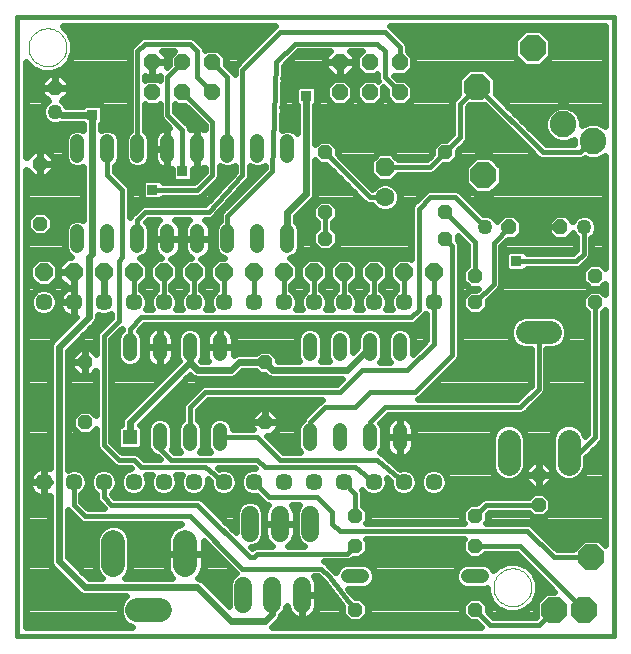
<source format=gbl>
G75*
G70*
%OFA0B0*%
%FSLAX24Y24*%
%IPPOS*%
%LPD*%
%AMOC8*
5,1,8,0,0,1.08239X$1,22.5*
%
%ADD10C,0.0160*%
%ADD11C,0.0000*%
%ADD12OC8,0.0480*%
%ADD13OC8,0.0885*%
%ADD14C,0.0885*%
%ADD15C,0.0480*%
%ADD16OC8,0.0630*%
%ADD17C,0.0630*%
%ADD18OC8,0.0500*%
%ADD19C,0.0500*%
%ADD20C,0.0780*%
%ADD21R,0.0480X0.0480*%
%ADD22C,0.0570*%
%ADD23C,0.0787*%
%ADD24C,0.0600*%
%ADD25OC8,0.0540*%
%ADD26C,0.0591*%
%ADD27OC8,0.0850*%
%ADD28OC8,0.0591*%
%ADD29C,0.0240*%
%ADD30R,0.0356X0.0356*%
D10*
X000970Y000595D02*
X000970Y021216D01*
X020840Y021216D01*
X020840Y000595D01*
X000970Y000595D01*
X003220Y004595D02*
X002845Y004970D01*
X002845Y005720D01*
X003845Y005720D02*
X003845Y005220D01*
X004095Y004970D01*
X006970Y004970D01*
X008720Y003220D01*
X008845Y003220D01*
X008970Y003345D01*
X011970Y003345D01*
X012220Y003595D01*
X011720Y004095D02*
X017970Y004095D01*
X018845Y003220D01*
X020095Y003220D01*
X019845Y001470D02*
X017720Y003595D01*
X016220Y003595D01*
X016220Y004595D02*
X016595Y004970D01*
X018345Y004970D01*
X019345Y006720D02*
X019720Y006720D01*
X020220Y007220D01*
X020220Y011720D01*
X019595Y013095D02*
X017595Y013095D01*
X016845Y013695D02*
X016845Y012345D01*
X016220Y011720D01*
X016220Y012595D02*
X016220Y013720D01*
X015220Y014720D01*
X015570Y015220D02*
X014720Y015220D01*
X014345Y014845D01*
X014345Y011470D01*
X014095Y011220D01*
X005095Y011220D01*
X004720Y010845D01*
X004720Y010220D01*
X004345Y011095D02*
X004345Y013095D01*
X004470Y013220D01*
X004470Y015470D01*
X003970Y015970D01*
X003970Y016845D01*
X004970Y016845D02*
X004970Y020095D01*
X005220Y020345D01*
X006720Y020345D01*
X006970Y020095D01*
X006970Y019220D01*
X007470Y018720D01*
X007970Y019220D02*
X007970Y016845D01*
X007470Y015970D02*
X006970Y015470D01*
X005470Y015470D01*
X005220Y014720D02*
X004970Y014470D01*
X004970Y013845D01*
X005220Y014720D02*
X007345Y014720D01*
X008470Y015970D01*
X008470Y019470D01*
X009720Y020720D01*
X013220Y020720D01*
X013720Y020220D01*
X013720Y019720D01*
X013220Y020095D02*
X013220Y019220D01*
X013720Y018720D01*
X013220Y020095D02*
X012970Y020345D01*
X010220Y020345D01*
X009595Y019720D01*
X009470Y016095D01*
X007970Y014595D01*
X007970Y013845D01*
X007845Y012720D02*
X007845Y011720D01*
X008845Y011720D02*
X008845Y012720D01*
X009845Y012720D02*
X009845Y011720D01*
X010845Y011720D02*
X010845Y012720D01*
X011845Y012720D02*
X011845Y011720D01*
X012845Y011720D02*
X012845Y012720D01*
X013845Y012720D02*
X013845Y011720D01*
X014845Y011720D02*
X014845Y012720D01*
X015470Y013595D02*
X015220Y013845D01*
X015470Y013595D02*
X015470Y009970D01*
X014220Y008720D01*
X012720Y008720D01*
X012220Y008220D01*
X011220Y008220D01*
X010720Y007720D01*
X010720Y007220D01*
X009720Y006470D02*
X008970Y007220D01*
X007720Y007220D01*
X006720Y007220D02*
X006720Y008220D01*
X007220Y008720D01*
X011720Y008720D01*
X012470Y009470D01*
X013970Y009470D01*
X014845Y010345D01*
X014845Y011720D01*
X016845Y013695D02*
X017370Y014220D01*
X016570Y014220D02*
X015570Y015220D01*
X014720Y016220D02*
X013220Y016220D01*
X013220Y015220D02*
X012720Y015220D01*
X011220Y016720D01*
X011220Y014720D02*
X011220Y013845D01*
X014720Y016220D02*
X015220Y016720D01*
X015720Y017220D01*
X015720Y018340D01*
X016290Y018910D01*
X018480Y016720D01*
X019720Y016720D01*
X020100Y017100D01*
X020150Y017100D01*
X019870Y014220D02*
X019845Y014195D01*
X019845Y013345D01*
X019595Y013095D01*
X018345Y010720D02*
X018345Y008845D01*
X017720Y008220D01*
X013220Y008220D01*
X012720Y007720D01*
X012720Y007220D01*
X012970Y006470D02*
X009720Y006470D01*
X009220Y006220D02*
X008970Y006470D01*
X006095Y006470D01*
X005720Y006845D01*
X005720Y007220D01*
X004845Y006470D02*
X004345Y006470D01*
X003845Y006970D01*
X003845Y010595D01*
X004345Y011095D01*
X004845Y011720D02*
X004845Y012720D01*
X005845Y012720D02*
X005845Y011720D01*
X006845Y011720D02*
X006845Y012720D01*
X007470Y015970D02*
X007470Y017720D01*
X006470Y018720D01*
X005970Y019220D02*
X005970Y017970D01*
X006470Y017470D01*
X006470Y016095D01*
X005970Y019220D02*
X006470Y019720D01*
X007470Y019720D02*
X007970Y019220D01*
X004845Y006470D02*
X005095Y006220D01*
X007220Y006220D01*
X007845Y005720D01*
X008845Y005720D02*
X009345Y005220D01*
X010970Y005220D01*
X011470Y004720D01*
X011470Y004345D01*
X011720Y004095D01*
X012220Y004595D02*
X012220Y005345D01*
X011845Y005720D01*
X012220Y006220D02*
X009220Y006220D01*
X006720Y004595D02*
X003220Y004595D01*
X006720Y004595D02*
X008470Y002845D01*
X011095Y002845D01*
X011345Y002595D01*
X012220Y001470D01*
X016220Y001470D02*
X016720Y000970D01*
X018345Y000970D01*
X018845Y001470D01*
X013845Y005720D02*
X012970Y006470D01*
X012845Y005720D02*
X012220Y006220D01*
D11*
X016840Y002220D02*
X016842Y002270D01*
X016848Y002320D01*
X016858Y002369D01*
X016872Y002417D01*
X016889Y002464D01*
X016910Y002509D01*
X016935Y002553D01*
X016963Y002594D01*
X016995Y002633D01*
X017029Y002670D01*
X017066Y002704D01*
X017106Y002734D01*
X017148Y002761D01*
X017192Y002785D01*
X017238Y002806D01*
X017285Y002822D01*
X017333Y002835D01*
X017383Y002844D01*
X017432Y002849D01*
X017483Y002850D01*
X017533Y002847D01*
X017582Y002840D01*
X017631Y002829D01*
X017679Y002814D01*
X017725Y002796D01*
X017770Y002774D01*
X017813Y002748D01*
X017854Y002719D01*
X017893Y002687D01*
X017929Y002652D01*
X017961Y002614D01*
X017991Y002574D01*
X018018Y002531D01*
X018041Y002487D01*
X018060Y002441D01*
X018076Y002393D01*
X018088Y002344D01*
X018096Y002295D01*
X018100Y002245D01*
X018100Y002195D01*
X018096Y002145D01*
X018088Y002096D01*
X018076Y002047D01*
X018060Y001999D01*
X018041Y001953D01*
X018018Y001909D01*
X017991Y001866D01*
X017961Y001826D01*
X017929Y001788D01*
X017893Y001753D01*
X017854Y001721D01*
X017813Y001692D01*
X017770Y001666D01*
X017725Y001644D01*
X017679Y001626D01*
X017631Y001611D01*
X017582Y001600D01*
X017533Y001593D01*
X017483Y001590D01*
X017432Y001591D01*
X017383Y001596D01*
X017333Y001605D01*
X017285Y001618D01*
X017238Y001634D01*
X017192Y001655D01*
X017148Y001679D01*
X017106Y001706D01*
X017066Y001736D01*
X017029Y001770D01*
X016995Y001807D01*
X016963Y001846D01*
X016935Y001887D01*
X016910Y001931D01*
X016889Y001976D01*
X016872Y002023D01*
X016858Y002071D01*
X016848Y002120D01*
X016842Y002170D01*
X016840Y002220D01*
X001340Y020220D02*
X001342Y020270D01*
X001348Y020320D01*
X001358Y020369D01*
X001372Y020417D01*
X001389Y020464D01*
X001410Y020509D01*
X001435Y020553D01*
X001463Y020594D01*
X001495Y020633D01*
X001529Y020670D01*
X001566Y020704D01*
X001606Y020734D01*
X001648Y020761D01*
X001692Y020785D01*
X001738Y020806D01*
X001785Y020822D01*
X001833Y020835D01*
X001883Y020844D01*
X001932Y020849D01*
X001983Y020850D01*
X002033Y020847D01*
X002082Y020840D01*
X002131Y020829D01*
X002179Y020814D01*
X002225Y020796D01*
X002270Y020774D01*
X002313Y020748D01*
X002354Y020719D01*
X002393Y020687D01*
X002429Y020652D01*
X002461Y020614D01*
X002491Y020574D01*
X002518Y020531D01*
X002541Y020487D01*
X002560Y020441D01*
X002576Y020393D01*
X002588Y020344D01*
X002596Y020295D01*
X002600Y020245D01*
X002600Y020195D01*
X002596Y020145D01*
X002588Y020096D01*
X002576Y020047D01*
X002560Y019999D01*
X002541Y019953D01*
X002518Y019909D01*
X002491Y019866D01*
X002461Y019826D01*
X002429Y019788D01*
X002393Y019753D01*
X002354Y019721D01*
X002313Y019692D01*
X002270Y019666D01*
X002225Y019644D01*
X002179Y019626D01*
X002131Y019611D01*
X002082Y019600D01*
X002033Y019593D01*
X001983Y019590D01*
X001932Y019591D01*
X001883Y019596D01*
X001833Y019605D01*
X001785Y019618D01*
X001738Y019634D01*
X001692Y019655D01*
X001648Y019679D01*
X001606Y019706D01*
X001566Y019736D01*
X001529Y019770D01*
X001495Y019807D01*
X001463Y019846D01*
X001435Y019887D01*
X001410Y019931D01*
X001389Y019976D01*
X001372Y020023D01*
X001358Y020071D01*
X001348Y020120D01*
X001342Y020170D01*
X001340Y020220D01*
D12*
X001720Y016345D03*
X001720Y014345D03*
X003220Y009720D03*
X003220Y007720D03*
X009220Y007720D03*
X009220Y009720D03*
X011220Y013845D03*
X011220Y014720D03*
X011220Y016720D03*
X015220Y016720D03*
X015220Y014720D03*
X015220Y013845D03*
X016220Y012595D03*
X016220Y011720D03*
X020220Y011720D03*
X020220Y012595D03*
X018345Y005970D03*
X018345Y004970D03*
X016220Y004595D03*
X016220Y003595D03*
X016220Y001470D03*
X012220Y001470D03*
X012220Y003595D03*
X012220Y004595D03*
D13*
X016500Y015960D03*
X016290Y018910D03*
X018140Y020190D03*
D14*
X019160Y017650D03*
X020150Y017100D03*
D15*
X013720Y010460D02*
X013720Y009980D01*
X012720Y009980D02*
X012720Y010460D01*
X011720Y010460D02*
X011720Y009980D01*
X010720Y009980D02*
X010720Y010460D01*
X010720Y007460D02*
X010720Y006980D01*
X011720Y006980D02*
X011720Y007460D01*
X012720Y007460D02*
X012720Y006980D01*
X013720Y006980D02*
X013720Y007460D01*
X012460Y002595D02*
X011980Y002595D01*
X015980Y002595D02*
X016460Y002595D01*
X007720Y006980D02*
X007720Y007460D01*
X006720Y007460D02*
X006720Y006980D01*
X005720Y006980D02*
X005720Y007460D01*
X005720Y009980D02*
X005720Y010460D01*
X004720Y010460D02*
X004720Y009980D01*
X006720Y009980D02*
X006720Y010460D01*
X007720Y010460D02*
X007720Y009980D01*
X007970Y013605D02*
X007970Y014085D01*
X006970Y014085D02*
X006970Y013605D01*
X005970Y013605D02*
X005970Y014085D01*
X004970Y014085D02*
X004970Y013605D01*
X003970Y013605D02*
X003970Y014085D01*
X002970Y014085D02*
X002970Y013605D01*
X002970Y016605D02*
X002970Y017085D01*
X003970Y017085D02*
X003970Y016605D01*
X004970Y016605D02*
X004970Y017085D01*
X005970Y017085D02*
X005970Y016605D01*
X006970Y016605D02*
X006970Y017085D01*
X007970Y017085D02*
X007970Y016605D01*
X008970Y016605D02*
X008970Y017085D01*
X009970Y017085D02*
X009970Y016605D01*
X009970Y014085D02*
X009970Y013605D01*
X008970Y013605D02*
X008970Y014085D01*
D16*
X013220Y016220D03*
D17*
X013220Y015220D03*
D18*
X017370Y014220D03*
X019070Y014220D03*
X002220Y018870D03*
D19*
X002220Y018070D03*
X016570Y014220D03*
X019870Y014220D03*
D20*
X018735Y010720D02*
X017955Y010720D01*
X017345Y007110D02*
X017345Y006330D01*
X019345Y006330D02*
X019345Y007110D01*
D21*
X004720Y007220D03*
D22*
X004845Y005720D03*
X003845Y005720D03*
X002845Y005720D03*
X001845Y005720D03*
X005845Y005720D03*
X006845Y005720D03*
X007845Y005720D03*
X008845Y005720D03*
X009845Y005720D03*
X010845Y005720D03*
X011845Y005720D03*
X012845Y005720D03*
X013845Y005720D03*
X014845Y005720D03*
X014845Y011720D03*
X013845Y011720D03*
X012845Y011720D03*
X011845Y011720D03*
X010845Y011720D03*
X009845Y011720D03*
X008845Y011720D03*
X007845Y011720D03*
X006845Y011720D03*
X005845Y011720D03*
X004845Y011720D03*
X003845Y011720D03*
X002845Y011720D03*
X001845Y011720D03*
D23*
X004164Y003739D02*
X004164Y002951D01*
X004951Y001455D02*
X005739Y001455D01*
X006565Y002951D02*
X006565Y003739D01*
D24*
X008720Y004045D02*
X008720Y004645D01*
X009720Y004645D02*
X009720Y004045D01*
X010720Y004045D02*
X010720Y004645D01*
D25*
X011720Y018720D03*
X011720Y019720D03*
X012720Y019720D03*
X012720Y018720D03*
X013720Y018720D03*
X013720Y019720D03*
X007470Y019720D03*
X007470Y018720D03*
X006470Y018720D03*
X006470Y019720D03*
X005470Y019720D03*
X005470Y018720D03*
D26*
X008486Y002265D02*
X008486Y001675D01*
X009470Y001675D02*
X009470Y002265D01*
X010454Y002265D02*
X010454Y001675D01*
D27*
X018845Y001470D03*
X019845Y001470D03*
X020095Y003220D03*
D28*
X014845Y012720D03*
X013845Y012720D03*
X012845Y012720D03*
X011845Y012720D03*
X010845Y012720D03*
X009845Y012720D03*
X008845Y012720D03*
X007845Y012720D03*
X006845Y012720D03*
X005845Y012720D03*
X004845Y012720D03*
X003845Y012720D03*
X002845Y012720D03*
X001845Y012720D03*
D29*
X002320Y012759D02*
X002330Y012759D01*
X002330Y012720D02*
X002845Y012720D01*
X002845Y012225D01*
X002845Y011720D01*
X002845Y011720D01*
X002845Y012720D01*
X002845Y012720D01*
X002845Y012720D01*
X002330Y012720D01*
X002330Y012507D01*
X002632Y012205D01*
X002703Y012205D01*
X002651Y012188D01*
X002580Y012152D01*
X002516Y012105D01*
X002460Y012049D01*
X002413Y011985D01*
X002377Y011914D01*
X002352Y011838D01*
X002340Y011760D01*
X002340Y011720D01*
X002845Y011720D01*
X002845Y011215D01*
X002885Y011215D01*
X002922Y011221D01*
X002091Y010390D01*
X002045Y010280D01*
X002045Y006185D01*
X002039Y006188D01*
X001963Y006213D01*
X001885Y006225D01*
X001845Y006225D01*
X001845Y005720D01*
X002045Y005720D01*
X002045Y005720D01*
X001845Y005720D01*
X001845Y005720D01*
X001845Y005720D01*
X001845Y005215D01*
X001885Y005215D01*
X001963Y005227D01*
X002039Y005252D01*
X002045Y005255D01*
X002045Y003035D01*
X002091Y002925D01*
X002175Y002841D01*
X003050Y001966D01*
X003160Y001920D01*
X004605Y001920D01*
X004465Y001780D01*
X004378Y001569D01*
X004378Y001341D01*
X004465Y001130D01*
X004626Y000969D01*
X004805Y000895D01*
X001270Y000895D01*
X001270Y016144D01*
X001529Y015885D01*
X001720Y015885D01*
X001911Y015885D01*
X002180Y016154D01*
X002180Y016345D01*
X002180Y016536D01*
X001911Y016805D01*
X001720Y016805D01*
X001720Y016345D01*
X001720Y016345D01*
X002180Y016345D01*
X001720Y016345D01*
X001720Y016345D01*
X001720Y016805D01*
X001529Y016805D01*
X001270Y016546D01*
X001270Y019718D01*
X001489Y019499D01*
X001801Y019370D01*
X002139Y019370D01*
X002451Y019499D01*
X002691Y019739D01*
X002820Y020051D01*
X002820Y020389D01*
X002691Y020701D01*
X002476Y020916D01*
X009548Y020916D01*
X008323Y019690D01*
X008250Y019617D01*
X008210Y019522D01*
X008210Y019320D01*
X008190Y019367D01*
X008117Y019440D01*
X007920Y019638D01*
X007920Y019906D01*
X007656Y020170D01*
X007284Y020170D01*
X007230Y020116D01*
X007230Y020147D01*
X007190Y020242D01*
X006940Y020492D01*
X006867Y020565D01*
X006772Y020605D01*
X005168Y020605D01*
X005073Y020565D01*
X004823Y020315D01*
X004750Y020242D01*
X004710Y020147D01*
X004710Y017419D01*
X004614Y017323D01*
X004550Y017169D01*
X004550Y016521D01*
X004614Y016367D01*
X004732Y016249D01*
X004886Y016185D01*
X005054Y016185D01*
X005208Y016249D01*
X005326Y016367D01*
X005390Y016521D01*
X005390Y017169D01*
X005326Y017323D01*
X005230Y017419D01*
X005230Y018324D01*
X005284Y018270D01*
X005656Y018270D01*
X005710Y018324D01*
X005710Y017918D01*
X005750Y017823D01*
X006031Y017541D01*
X006006Y017545D01*
X005970Y017545D01*
X005970Y016845D01*
X005970Y016845D01*
X005970Y016145D01*
X006006Y016145D01*
X006078Y016156D01*
X006112Y016167D01*
X006112Y015842D01*
X006217Y015737D01*
X006723Y015737D01*
X006828Y015842D01*
X006828Y016167D01*
X006862Y016156D01*
X006934Y016145D01*
X006970Y016145D01*
X007006Y016145D01*
X007078Y016156D01*
X007147Y016179D01*
X007210Y016211D01*
X007210Y016078D01*
X006862Y015730D01*
X005821Y015730D01*
X005723Y015828D01*
X005217Y015828D01*
X005112Y015723D01*
X005112Y015217D01*
X005217Y015112D01*
X005723Y015112D01*
X005821Y015210D01*
X007022Y015210D01*
X007117Y015250D01*
X007190Y015323D01*
X007690Y015823D01*
X007730Y015918D01*
X007730Y016251D01*
X007732Y016249D01*
X007886Y016185D01*
X008054Y016185D01*
X008208Y016249D01*
X008210Y016251D01*
X008210Y016070D01*
X007229Y014980D01*
X005168Y014980D01*
X005073Y014940D01*
X004823Y014690D01*
X004750Y014617D01*
X004730Y014570D01*
X004730Y015522D01*
X004690Y015617D01*
X004230Y016078D01*
X004230Y016271D01*
X004326Y016367D01*
X004390Y016521D01*
X004390Y017169D01*
X004326Y017323D01*
X004208Y017441D01*
X004054Y017505D01*
X003886Y017505D01*
X003770Y017457D01*
X003770Y017659D01*
X003828Y017717D01*
X003828Y018223D01*
X003723Y018328D01*
X003217Y018328D01*
X003159Y018270D01*
X002603Y018270D01*
X002585Y018314D01*
X002464Y018435D01*
X002453Y018439D01*
X002690Y018675D01*
X002690Y018870D01*
X002690Y019065D01*
X002415Y019340D01*
X002220Y019340D01*
X002220Y018870D01*
X002220Y018870D01*
X002690Y018870D01*
X002220Y018870D01*
X002220Y018870D01*
X002220Y018870D01*
X001750Y018870D01*
X001750Y019065D01*
X002025Y019340D01*
X002220Y019340D01*
X002220Y018870D01*
X001750Y018870D01*
X001750Y018675D01*
X001987Y018439D01*
X001976Y018435D01*
X001855Y018314D01*
X001790Y018156D01*
X001790Y017984D01*
X001855Y017826D01*
X001976Y017705D01*
X002134Y017640D01*
X002306Y017640D01*
X002382Y017672D01*
X002385Y017670D01*
X002441Y017670D01*
X002497Y017669D01*
X002501Y017670D01*
X003159Y017670D01*
X003170Y017659D01*
X003170Y017457D01*
X003054Y017505D01*
X002886Y017505D01*
X002732Y017441D01*
X002614Y017323D01*
X002550Y017169D01*
X002550Y016521D01*
X002614Y016367D01*
X002732Y016249D01*
X002886Y016185D01*
X003054Y016185D01*
X003170Y016233D01*
X003170Y014457D01*
X003054Y014505D01*
X002886Y014505D01*
X002732Y014441D01*
X002614Y014323D01*
X002550Y014169D01*
X002550Y013521D01*
X002614Y013367D01*
X002732Y013249D01*
X002765Y013235D01*
X002632Y013235D01*
X002330Y012933D01*
X002330Y012720D01*
X002320Y012523D02*
X002320Y012917D01*
X002042Y013195D01*
X001648Y013195D01*
X001370Y012917D01*
X001370Y012523D01*
X001648Y012245D01*
X002042Y012245D01*
X002320Y012523D01*
X002317Y012520D02*
X002330Y012520D01*
X002555Y012282D02*
X002079Y012282D01*
X002108Y012114D02*
X001937Y012185D01*
X001753Y012185D01*
X001582Y012114D01*
X001451Y011983D01*
X001380Y011812D01*
X001380Y011628D01*
X001451Y011457D01*
X001582Y011326D01*
X001753Y011255D01*
X001937Y011255D01*
X002108Y011326D01*
X002239Y011457D01*
X002310Y011628D01*
X002310Y011812D01*
X002239Y011983D01*
X002108Y012114D01*
X002180Y012043D02*
X002455Y012043D01*
X002347Y011805D02*
X002310Y011805D01*
X002340Y011720D02*
X002340Y011680D01*
X002352Y011602D01*
X002377Y011526D01*
X002413Y011455D01*
X002460Y011391D01*
X002516Y011335D01*
X002580Y011288D01*
X002651Y011252D01*
X002727Y011227D01*
X002805Y011215D01*
X002845Y011215D01*
X002845Y011720D01*
X002845Y011720D01*
X002845Y011720D01*
X002340Y011720D01*
X002364Y011566D02*
X002285Y011566D01*
X002110Y011328D02*
X002526Y011328D01*
X002845Y011328D02*
X002845Y011328D01*
X002845Y011566D02*
X002845Y011566D01*
X002845Y011805D02*
X002845Y011805D01*
X002845Y012043D02*
X002845Y012043D01*
X002845Y012282D02*
X002845Y012282D01*
X002845Y012520D02*
X002845Y012520D01*
X002393Y012997D02*
X002240Y012997D01*
X002570Y013474D02*
X001270Y013474D01*
X001270Y013236D02*
X002765Y013236D01*
X002550Y013713D02*
X001270Y013713D01*
X001270Y013951D02*
X001520Y013951D01*
X001546Y013925D02*
X001894Y013925D01*
X002140Y014171D01*
X002140Y014519D01*
X001894Y014765D01*
X001546Y014765D01*
X001300Y014519D01*
X001300Y014171D01*
X001546Y013925D01*
X001300Y014190D02*
X001270Y014190D01*
X001270Y014428D02*
X001300Y014428D01*
X001270Y014667D02*
X001448Y014667D01*
X001270Y014905D02*
X003170Y014905D01*
X003170Y014667D02*
X001992Y014667D01*
X002140Y014428D02*
X002719Y014428D01*
X002559Y014190D02*
X002140Y014190D01*
X001920Y013951D02*
X002550Y013951D01*
X003345Y013220D02*
X003470Y013345D01*
X003470Y017970D01*
X002445Y017970D01*
X002220Y018070D01*
X002497Y018483D02*
X004710Y018483D01*
X004710Y018244D02*
X003807Y018244D01*
X003828Y018006D02*
X004710Y018006D01*
X004710Y017767D02*
X003828Y017767D01*
X003770Y017529D02*
X004710Y017529D01*
X004600Y017290D02*
X004340Y017290D01*
X004390Y017052D02*
X004550Y017052D01*
X004550Y016813D02*
X004390Y016813D01*
X004390Y016575D02*
X004550Y016575D01*
X004645Y016336D02*
X004295Y016336D01*
X004230Y016098D02*
X006112Y016098D01*
X005970Y016145D02*
X005970Y016845D01*
X005970Y016845D01*
X005970Y016845D01*
X005510Y016845D01*
X005510Y017121D01*
X005521Y017193D01*
X005544Y017262D01*
X005577Y017326D01*
X005619Y017385D01*
X005670Y017436D01*
X005729Y017478D01*
X005793Y017511D01*
X005862Y017534D01*
X005934Y017545D01*
X005970Y017545D01*
X005970Y016845D01*
X005510Y016845D01*
X005510Y016569D01*
X005521Y016497D01*
X005544Y016428D01*
X005577Y016364D01*
X005619Y016305D01*
X005670Y016254D01*
X005729Y016212D01*
X005793Y016179D01*
X005862Y016156D01*
X005934Y016145D01*
X005970Y016145D01*
X005970Y016336D02*
X005970Y016336D01*
X005970Y016575D02*
X005970Y016575D01*
X005970Y016813D02*
X005970Y016813D01*
X005970Y017052D02*
X005970Y017052D01*
X005970Y017290D02*
X005970Y017290D01*
X005970Y017529D02*
X005970Y017529D01*
X005846Y017529D02*
X005230Y017529D01*
X005230Y017767D02*
X005805Y017767D01*
X005710Y018006D02*
X005230Y018006D01*
X005230Y018244D02*
X005710Y018244D01*
X006230Y018244D02*
X006578Y018244D01*
X006552Y018270D02*
X007210Y017612D01*
X007210Y017479D01*
X007147Y017511D01*
X007078Y017534D01*
X007006Y017545D01*
X006970Y017545D01*
X006970Y016845D01*
X006970Y016845D01*
X006970Y017545D01*
X006934Y017545D01*
X006862Y017534D01*
X006793Y017511D01*
X006730Y017479D01*
X006730Y017522D01*
X006690Y017617D01*
X006617Y017690D01*
X006230Y018078D01*
X006230Y018324D01*
X006284Y018270D01*
X006552Y018270D01*
X006302Y018006D02*
X006817Y018006D01*
X007055Y017767D02*
X006541Y017767D01*
X006727Y017529D02*
X006846Y017529D01*
X006970Y017529D02*
X006970Y017529D01*
X007094Y017529D02*
X007210Y017529D01*
X006970Y017290D02*
X006970Y017290D01*
X006970Y017052D02*
X006970Y017052D01*
X006970Y016845D02*
X006970Y016145D01*
X006970Y016845D01*
X006970Y016845D01*
X006970Y016813D02*
X006970Y016813D01*
X006970Y016575D02*
X006970Y016575D01*
X006970Y016336D02*
X006970Y016336D01*
X006828Y016098D02*
X007210Y016098D01*
X006991Y015859D02*
X006828Y015859D01*
X007250Y015382D02*
X007591Y015382D01*
X007488Y015621D02*
X007806Y015621D01*
X007705Y015859D02*
X008020Y015859D01*
X008210Y016098D02*
X007730Y016098D01*
X008291Y015382D02*
X008389Y015382D01*
X008505Y015621D02*
X008628Y015621D01*
X008659Y015791D02*
X008690Y015823D01*
X008693Y015829D01*
X008698Y015835D01*
X008713Y015877D01*
X008730Y015918D01*
X008730Y015925D01*
X008732Y015932D01*
X008730Y015977D01*
X008730Y016251D01*
X008732Y016249D01*
X008886Y016185D01*
X009054Y016185D01*
X009208Y016249D01*
X009215Y016256D01*
X009214Y016206D01*
X007823Y014815D01*
X007750Y014742D01*
X007710Y014647D01*
X007710Y014419D01*
X007614Y014323D01*
X007550Y014169D01*
X007550Y013521D01*
X007614Y013367D01*
X007732Y013249D01*
X007862Y013195D01*
X007648Y013195D01*
X007370Y012917D01*
X007370Y012523D01*
X007585Y012308D01*
X007585Y012116D01*
X007582Y012114D01*
X007451Y011983D01*
X007380Y011812D01*
X007380Y011628D01*
X007441Y011480D01*
X007249Y011480D01*
X007310Y011628D01*
X007310Y011812D01*
X007239Y011983D01*
X007108Y012114D01*
X007105Y012116D01*
X007105Y012308D01*
X007320Y012523D01*
X007320Y012917D01*
X007080Y013157D01*
X007147Y013179D01*
X007211Y013212D01*
X007270Y013254D01*
X007321Y013305D01*
X007363Y013364D01*
X007396Y013428D01*
X007419Y013497D01*
X007430Y013569D01*
X007430Y013845D01*
X007430Y014121D01*
X007419Y014193D01*
X007396Y014262D01*
X007363Y014326D01*
X007321Y014385D01*
X007270Y014436D01*
X007236Y014460D01*
X007300Y014460D01*
X007307Y014458D01*
X007352Y014460D01*
X007397Y014460D01*
X007403Y014463D01*
X007410Y014463D01*
X007451Y014482D01*
X007492Y014500D01*
X007497Y014505D01*
X007504Y014508D01*
X007534Y014541D01*
X007565Y014573D01*
X007568Y014579D01*
X008659Y015791D01*
X008707Y015859D02*
X008866Y015859D01*
X008730Y016098D02*
X009105Y016098D01*
X008151Y015144D02*
X008076Y015144D01*
X007912Y014905D02*
X007861Y014905D01*
X007718Y014667D02*
X007647Y014667D01*
X007710Y014428D02*
X007278Y014428D01*
X007419Y014190D02*
X007559Y014190D01*
X007550Y013951D02*
X007430Y013951D01*
X007430Y013845D02*
X006970Y013845D01*
X006970Y013845D01*
X007430Y013845D01*
X007430Y013713D02*
X007550Y013713D01*
X007570Y013474D02*
X007411Y013474D01*
X007244Y013236D02*
X007765Y013236D01*
X007450Y012997D02*
X007240Y012997D01*
X007320Y012759D02*
X007370Y012759D01*
X007373Y012520D02*
X007317Y012520D01*
X007105Y012282D02*
X007585Y012282D01*
X007510Y012043D02*
X007180Y012043D01*
X007310Y011805D02*
X007380Y011805D01*
X007405Y011566D02*
X007285Y011566D01*
X007543Y010886D02*
X007479Y010853D01*
X007420Y010811D01*
X007369Y010760D01*
X007327Y010701D01*
X007294Y010637D01*
X007271Y010568D01*
X007260Y010496D01*
X007260Y010220D01*
X007720Y010220D01*
X007720Y010220D01*
X007720Y010920D01*
X007756Y010920D01*
X007828Y010909D01*
X007897Y010886D01*
X007961Y010853D01*
X008020Y010811D01*
X008071Y010760D01*
X008113Y010701D01*
X008146Y010637D01*
X008169Y010568D01*
X008180Y010496D01*
X008180Y010220D01*
X007720Y010220D01*
X007720Y010220D01*
X007720Y010220D01*
X007720Y010920D01*
X007684Y010920D01*
X007612Y010909D01*
X007543Y010886D01*
X007475Y010851D02*
X006875Y010851D01*
X006804Y010880D02*
X006636Y010880D01*
X006482Y010816D01*
X006364Y010698D01*
X006300Y010544D01*
X006300Y009896D01*
X006350Y009775D01*
X004550Y007974D01*
X004466Y007890D01*
X004420Y007780D01*
X004420Y007640D01*
X004405Y007640D01*
X004300Y007535D01*
X004300Y006905D01*
X004405Y006800D01*
X005035Y006800D01*
X005140Y006905D01*
X005140Y007535D01*
X005049Y007625D01*
X006720Y009296D01*
X006800Y009216D01*
X006910Y009170D01*
X008155Y009170D01*
X008265Y009216D01*
X008349Y009300D01*
X008469Y009420D01*
X008926Y009420D01*
X009046Y009300D01*
X009216Y009300D01*
X009300Y009216D01*
X009410Y009170D01*
X011802Y009170D01*
X011612Y008980D01*
X007168Y008980D01*
X007073Y008940D01*
X006573Y008440D01*
X006500Y008367D01*
X006460Y008272D01*
X006460Y007794D01*
X006364Y007698D01*
X006300Y007544D01*
X006300Y006896D01*
X006364Y006742D01*
X006376Y006730D01*
X006203Y006730D01*
X006110Y006823D01*
X006140Y006896D01*
X006140Y007544D01*
X006076Y007698D01*
X005958Y007816D01*
X005804Y007880D01*
X005636Y007880D01*
X005482Y007816D01*
X005364Y007698D01*
X005300Y007544D01*
X005300Y006896D01*
X005364Y006742D01*
X005482Y006624D01*
X005636Y006560D01*
X005637Y006560D01*
X005717Y006480D01*
X005203Y006480D01*
X005065Y006617D01*
X004992Y006690D01*
X004897Y006730D01*
X004453Y006730D01*
X004105Y007078D01*
X004105Y010487D01*
X004460Y010842D01*
X004460Y010794D01*
X004364Y010698D01*
X004300Y010544D01*
X004300Y009896D01*
X004364Y009742D01*
X004482Y009624D01*
X004636Y009560D01*
X004804Y009560D01*
X004958Y009624D01*
X005076Y009742D01*
X005140Y009896D01*
X005140Y010544D01*
X005076Y010698D01*
X005008Y010766D01*
X005203Y010960D01*
X014147Y010960D01*
X014242Y011000D01*
X014565Y011323D01*
X014571Y011336D01*
X014582Y011326D01*
X014585Y011324D01*
X014585Y010453D01*
X014140Y010008D01*
X014140Y010544D01*
X014076Y010698D01*
X013958Y010816D01*
X013804Y010880D01*
X013636Y010880D01*
X013482Y010816D01*
X013364Y010698D01*
X013300Y010544D01*
X013300Y009896D01*
X013364Y009742D01*
X013376Y009730D01*
X013064Y009730D01*
X013076Y009742D01*
X013140Y009896D01*
X013140Y010544D01*
X013076Y010698D01*
X012958Y010816D01*
X012804Y010880D01*
X012636Y010880D01*
X012482Y010816D01*
X012364Y010698D01*
X012300Y010544D01*
X012300Y010224D01*
X012140Y010064D01*
X012140Y010544D01*
X012076Y010698D01*
X011958Y010816D01*
X011804Y010880D01*
X011636Y010880D01*
X011482Y010816D01*
X011364Y010698D01*
X011300Y010544D01*
X011300Y009896D01*
X011352Y009770D01*
X011088Y009770D01*
X011140Y009896D01*
X011140Y010544D01*
X011076Y010698D01*
X010958Y010816D01*
X010804Y010880D01*
X010636Y010880D01*
X010482Y010816D01*
X010364Y010698D01*
X010300Y010544D01*
X010300Y009896D01*
X010352Y009770D01*
X009640Y009770D01*
X009640Y009894D01*
X009394Y010140D01*
X009046Y010140D01*
X008926Y010020D01*
X008285Y010020D01*
X008180Y009976D01*
X008180Y010220D01*
X007720Y010220D01*
X007260Y010220D01*
X007260Y009944D01*
X007271Y009872D01*
X007294Y009803D01*
X007311Y009770D01*
X007094Y009770D01*
X007090Y009775D01*
X007140Y009896D01*
X007140Y010544D01*
X007076Y010698D01*
X006958Y010816D01*
X006804Y010880D01*
X007112Y010612D02*
X007286Y010612D01*
X007260Y010374D02*
X007140Y010374D01*
X007140Y010135D02*
X007260Y010135D01*
X007267Y009897D02*
X007140Y009897D01*
X006720Y009720D02*
X006720Y010220D01*
X006300Y010135D02*
X006180Y010135D01*
X006180Y010220D02*
X006180Y009944D01*
X006169Y009872D01*
X006146Y009803D01*
X006113Y009739D01*
X006071Y009680D01*
X006020Y009629D01*
X005961Y009587D01*
X005897Y009554D01*
X005828Y009531D01*
X005756Y009520D01*
X005720Y009520D01*
X005720Y010220D01*
X006180Y010220D01*
X006180Y010496D01*
X006169Y010568D01*
X006146Y010637D01*
X006113Y010701D01*
X006071Y010760D01*
X006020Y010811D01*
X005961Y010853D01*
X005897Y010886D01*
X005828Y010909D01*
X005756Y010920D01*
X005720Y010920D01*
X005720Y010220D01*
X005720Y010220D01*
X005720Y010220D01*
X006180Y010220D01*
X006180Y010374D02*
X006300Y010374D01*
X006328Y010612D02*
X006154Y010612D01*
X005965Y010851D02*
X006565Y010851D01*
X006441Y011480D02*
X006249Y011480D01*
X006310Y011628D01*
X006310Y011812D01*
X006239Y011983D01*
X006108Y012114D01*
X006105Y012116D01*
X006105Y012308D01*
X006320Y012523D01*
X006320Y012917D01*
X006080Y013157D01*
X006147Y013179D01*
X006211Y013212D01*
X006270Y013254D01*
X006321Y013305D01*
X006363Y013364D01*
X006396Y013428D01*
X006419Y013497D01*
X006430Y013569D01*
X006430Y013845D01*
X006430Y014121D01*
X006419Y014193D01*
X006396Y014262D01*
X006363Y014326D01*
X006321Y014385D01*
X006270Y014436D01*
X006236Y014460D01*
X006704Y014460D01*
X006670Y014436D01*
X006619Y014385D01*
X006577Y014326D01*
X006544Y014262D01*
X006521Y014193D01*
X006510Y014121D01*
X006510Y013845D01*
X006970Y013845D01*
X006970Y013845D01*
X006510Y013845D01*
X006510Y013569D01*
X006521Y013497D01*
X006544Y013428D01*
X006577Y013364D01*
X006619Y013305D01*
X006670Y013254D01*
X006729Y013212D01*
X006761Y013195D01*
X006648Y013195D01*
X006370Y012917D01*
X006370Y012523D01*
X006585Y012308D01*
X006585Y012116D01*
X006582Y012114D01*
X006451Y011983D01*
X006380Y011812D01*
X006380Y011628D01*
X006441Y011480D01*
X006405Y011566D02*
X006285Y011566D01*
X006310Y011805D02*
X006380Y011805D01*
X006510Y012043D02*
X006180Y012043D01*
X006105Y012282D02*
X006585Y012282D01*
X006373Y012520D02*
X006317Y012520D01*
X006320Y012759D02*
X006370Y012759D01*
X006450Y012997D02*
X006240Y012997D01*
X006244Y013236D02*
X006696Y013236D01*
X006529Y013474D02*
X006411Y013474D01*
X006430Y013713D02*
X006510Y013713D01*
X006430Y013845D02*
X005970Y013845D01*
X006430Y013845D01*
X006430Y013951D02*
X006510Y013951D01*
X006521Y014190D02*
X006419Y014190D01*
X006278Y014428D02*
X006662Y014428D01*
X005970Y013845D02*
X005970Y013845D01*
X005970Y013845D01*
X005510Y013845D01*
X005510Y014121D01*
X005521Y014193D01*
X005544Y014262D01*
X005577Y014326D01*
X005619Y014385D01*
X005670Y014436D01*
X005704Y014460D01*
X005328Y014460D01*
X005258Y014391D01*
X005326Y014323D01*
X005390Y014169D01*
X005390Y013521D01*
X005326Y013367D01*
X005208Y013249D01*
X005054Y013185D01*
X005052Y013185D01*
X005320Y012917D01*
X005320Y012523D01*
X005105Y012308D01*
X005105Y012116D01*
X005108Y012114D01*
X005239Y011983D01*
X005310Y011812D01*
X005310Y011628D01*
X005249Y011480D01*
X005441Y011480D01*
X005380Y011628D01*
X005380Y011812D01*
X005451Y011983D01*
X005582Y012114D01*
X005585Y012116D01*
X005585Y012308D01*
X005370Y012523D01*
X005370Y012917D01*
X005648Y013195D01*
X005761Y013195D01*
X005729Y013212D01*
X005670Y013254D01*
X005619Y013305D01*
X005577Y013364D01*
X005544Y013428D01*
X005521Y013497D01*
X005510Y013569D01*
X005510Y013845D01*
X005970Y013845D01*
X005510Y013951D02*
X005390Y013951D01*
X005390Y013713D02*
X005510Y013713D01*
X005529Y013474D02*
X005370Y013474D01*
X005175Y013236D02*
X005696Y013236D01*
X005450Y012997D02*
X005240Y012997D01*
X005320Y012759D02*
X005370Y012759D01*
X005373Y012520D02*
X005317Y012520D01*
X005105Y012282D02*
X005585Y012282D01*
X005510Y012043D02*
X005180Y012043D01*
X005310Y011805D02*
X005380Y011805D01*
X005405Y011566D02*
X005285Y011566D01*
X005543Y010886D02*
X005479Y010853D01*
X005420Y010811D01*
X005369Y010760D01*
X005327Y010701D01*
X005294Y010637D01*
X005271Y010568D01*
X005260Y010496D01*
X005260Y010220D01*
X005720Y010220D01*
X005720Y010220D01*
X005720Y010220D01*
X005720Y010920D01*
X005684Y010920D01*
X005612Y010909D01*
X005543Y010886D01*
X005475Y010851D02*
X005093Y010851D01*
X005112Y010612D02*
X005286Y010612D01*
X005260Y010374D02*
X005140Y010374D01*
X005260Y010220D02*
X005260Y009944D01*
X005271Y009872D01*
X005294Y009803D01*
X005327Y009739D01*
X005369Y009680D01*
X005420Y009629D01*
X005479Y009587D01*
X005543Y009554D01*
X005612Y009531D01*
X005684Y009520D01*
X005720Y009520D01*
X005720Y010220D01*
X005260Y010220D01*
X005260Y010135D02*
X005140Y010135D01*
X005140Y009897D02*
X005267Y009897D01*
X005391Y009658D02*
X004992Y009658D01*
X004448Y009658D02*
X004105Y009658D01*
X004105Y009420D02*
X005995Y009420D01*
X006049Y009658D02*
X006234Y009658D01*
X006173Y009897D02*
X006300Y009897D01*
X006720Y009720D02*
X004720Y007720D01*
X004720Y007220D01*
X005140Y007273D02*
X005300Y007273D01*
X005300Y007035D02*
X005140Y007035D01*
X005342Y006796D02*
X004387Y006796D01*
X004300Y007035D02*
X004148Y007035D01*
X004105Y007273D02*
X004300Y007273D01*
X004300Y007512D02*
X004105Y007512D01*
X004105Y007750D02*
X004420Y007750D01*
X004564Y007989D02*
X004105Y007989D01*
X004105Y008227D02*
X004803Y008227D01*
X005041Y008466D02*
X004105Y008466D01*
X004105Y008704D02*
X005280Y008704D01*
X005518Y008943D02*
X004105Y008943D01*
X004105Y009181D02*
X005757Y009181D01*
X005720Y009658D02*
X005720Y009658D01*
X005720Y009897D02*
X005720Y009897D01*
X005720Y010135D02*
X005720Y010135D01*
X005720Y010374D02*
X005720Y010374D01*
X005720Y010612D02*
X005720Y010612D01*
X005720Y010851D02*
X005720Y010851D01*
X006720Y009720D02*
X006970Y009470D01*
X008095Y009470D01*
X008345Y009720D01*
X009220Y009720D01*
X009470Y009470D01*
X011970Y009470D01*
X012720Y010220D01*
X013140Y010135D02*
X013300Y010135D01*
X013300Y009897D02*
X013140Y009897D01*
X013140Y010374D02*
X013300Y010374D01*
X013328Y010612D02*
X013112Y010612D01*
X012875Y010851D02*
X013565Y010851D01*
X013875Y010851D02*
X014585Y010851D01*
X014585Y011089D02*
X014332Y011089D01*
X014567Y011328D02*
X014580Y011328D01*
X014585Y010612D02*
X014112Y010612D01*
X014140Y010374D02*
X014506Y010374D01*
X014267Y010135D02*
X014140Y010135D01*
X015049Y009181D02*
X018085Y009181D01*
X018085Y008953D02*
X017612Y008480D01*
X014320Y008480D01*
X014367Y008500D01*
X015617Y009750D01*
X015690Y009823D01*
X015730Y009918D01*
X015730Y013647D01*
X015690Y013742D01*
X015640Y013793D01*
X015640Y013932D01*
X015960Y013612D01*
X015960Y012929D01*
X015800Y012769D01*
X015800Y012421D01*
X016046Y012175D01*
X016307Y012175D01*
X016272Y012140D01*
X016046Y012140D01*
X015800Y011894D01*
X015800Y011546D01*
X016046Y011300D01*
X016394Y011300D01*
X016640Y011546D01*
X016640Y011772D01*
X017065Y012198D01*
X017105Y012293D01*
X017105Y013587D01*
X017308Y013790D01*
X017548Y013790D01*
X017800Y014042D01*
X017800Y014398D01*
X017548Y014650D01*
X017192Y014650D01*
X016955Y014413D01*
X016935Y014464D01*
X016814Y014585D01*
X016656Y014650D01*
X016508Y014650D01*
X015790Y015367D01*
X015717Y015440D01*
X015622Y015480D01*
X014668Y015480D01*
X014573Y015440D01*
X014198Y015065D01*
X014125Y014992D01*
X014085Y014897D01*
X014085Y013152D01*
X014042Y013195D01*
X013648Y013195D01*
X013370Y012917D01*
X013370Y012523D01*
X013585Y012308D01*
X013585Y012116D01*
X013582Y012114D01*
X013451Y011983D01*
X013380Y011812D01*
X013380Y011628D01*
X013441Y011480D01*
X013249Y011480D01*
X013310Y011628D01*
X013310Y011812D01*
X013239Y011983D01*
X013108Y012114D01*
X013105Y012116D01*
X013105Y012308D01*
X013320Y012523D01*
X013320Y012917D01*
X013042Y013195D01*
X012648Y013195D01*
X012370Y012917D01*
X012370Y012523D01*
X012585Y012308D01*
X012585Y012116D01*
X012582Y012114D01*
X012451Y011983D01*
X012380Y011812D01*
X012380Y011628D01*
X012441Y011480D01*
X012249Y011480D01*
X012310Y011628D01*
X012310Y011812D01*
X012239Y011983D01*
X012108Y012114D01*
X012105Y012116D01*
X012105Y012308D01*
X012320Y012523D01*
X012320Y012917D01*
X012042Y013195D01*
X011648Y013195D01*
X011370Y012917D01*
X011370Y012523D01*
X011585Y012308D01*
X011585Y012116D01*
X011582Y012114D01*
X011451Y011983D01*
X011380Y011812D01*
X011380Y011628D01*
X011441Y011480D01*
X011249Y011480D01*
X011310Y011628D01*
X011310Y011812D01*
X011239Y011983D01*
X011108Y012114D01*
X011105Y012116D01*
X011105Y012308D01*
X011320Y012523D01*
X011320Y012917D01*
X011042Y013195D01*
X010648Y013195D01*
X010370Y012917D01*
X010370Y012523D01*
X010585Y012308D01*
X010585Y012116D01*
X010582Y012114D01*
X010451Y011983D01*
X010380Y011812D01*
X010380Y011628D01*
X010441Y011480D01*
X010249Y011480D01*
X010310Y011628D01*
X010310Y011812D01*
X010239Y011983D01*
X010108Y012114D01*
X010105Y012116D01*
X010105Y012308D01*
X010320Y012523D01*
X010320Y012917D01*
X010052Y013185D01*
X010054Y013185D01*
X010208Y013249D01*
X010326Y013367D01*
X010390Y013521D01*
X010390Y014169D01*
X010326Y014323D01*
X010270Y014379D01*
X010270Y014596D01*
X010849Y015175D01*
X010895Y015285D01*
X010895Y016451D01*
X011046Y016300D01*
X011272Y016300D01*
X012500Y015073D01*
X012573Y015000D01*
X012668Y014960D01*
X012792Y014960D01*
X012800Y014940D01*
X012940Y014800D01*
X013122Y014725D01*
X013318Y014725D01*
X013500Y014800D01*
X013640Y014940D01*
X013715Y015122D01*
X013715Y015318D01*
X013640Y015500D01*
X013500Y015640D01*
X013318Y015715D01*
X013122Y015715D01*
X012940Y015640D01*
X012804Y015504D01*
X011640Y016668D01*
X011640Y016894D01*
X011394Y017140D01*
X011046Y017140D01*
X010895Y016989D01*
X010895Y018284D01*
X010953Y018342D01*
X010953Y018848D01*
X010848Y018953D01*
X010342Y018953D01*
X010237Y018848D01*
X010237Y018342D01*
X010295Y018284D01*
X010295Y017354D01*
X010208Y017441D01*
X010054Y017505D01*
X009886Y017505D01*
X009777Y017460D01*
X009851Y019609D01*
X010328Y020085D01*
X011392Y020085D01*
X011230Y019923D01*
X011230Y019720D01*
X011720Y019720D01*
X012210Y019720D01*
X012210Y019923D01*
X012048Y020085D01*
X012449Y020085D01*
X012270Y019906D01*
X012270Y019534D01*
X012534Y019270D01*
X012906Y019270D01*
X012960Y019324D01*
X012960Y019168D01*
X012997Y019080D01*
X012906Y019170D01*
X012534Y019170D01*
X012270Y018906D01*
X012270Y018534D01*
X012534Y018270D01*
X012906Y018270D01*
X013170Y018534D01*
X013170Y018902D01*
X013270Y018802D01*
X013270Y018534D01*
X013534Y018270D01*
X013906Y018270D01*
X014170Y018534D01*
X014170Y018906D01*
X013906Y019170D01*
X013638Y019170D01*
X013538Y019270D01*
X013906Y019270D01*
X014170Y019534D01*
X014170Y019906D01*
X013980Y020096D01*
X013980Y020272D01*
X013940Y020367D01*
X013440Y020867D01*
X013392Y020916D01*
X020540Y020916D01*
X020540Y017590D01*
X020503Y017628D01*
X020274Y017722D01*
X020026Y017722D01*
X019797Y017628D01*
X019782Y017613D01*
X019782Y017774D01*
X019688Y018003D01*
X019513Y018178D01*
X019284Y018272D01*
X019036Y018272D01*
X018807Y018178D01*
X018632Y018003D01*
X018538Y017774D01*
X018538Y017526D01*
X018632Y017297D01*
X018807Y017122D01*
X019036Y017028D01*
X019284Y017028D01*
X019513Y017122D01*
X019528Y017137D01*
X019528Y016980D01*
X018588Y016980D01*
X016912Y018655D01*
X016912Y019168D01*
X016548Y019532D01*
X016032Y019532D01*
X015668Y019168D01*
X015668Y018655D01*
X015573Y018560D01*
X015500Y018487D01*
X015460Y018392D01*
X015460Y017328D01*
X015272Y017140D01*
X015046Y017140D01*
X014800Y016894D01*
X014800Y016668D01*
X014612Y016480D01*
X013660Y016480D01*
X013425Y016715D01*
X013015Y016715D01*
X012725Y016425D01*
X012725Y016015D01*
X013015Y015725D01*
X013425Y015725D01*
X013660Y015960D01*
X014772Y015960D01*
X014867Y016000D01*
X014940Y016073D01*
X015168Y016300D01*
X015394Y016300D01*
X015640Y016546D01*
X015640Y016772D01*
X015940Y017073D01*
X015980Y017168D01*
X015980Y018232D01*
X016035Y018288D01*
X016545Y018288D01*
X018260Y016573D01*
X018260Y016573D01*
X018333Y016500D01*
X018428Y016460D01*
X019772Y016460D01*
X019867Y016500D01*
X019898Y016531D01*
X020026Y016478D01*
X020274Y016478D01*
X020503Y016572D01*
X020540Y016610D01*
X020540Y012869D01*
X020394Y013015D01*
X020046Y013015D01*
X019800Y012769D01*
X019800Y012421D01*
X020046Y012175D01*
X020394Y012175D01*
X020540Y012321D01*
X020540Y011994D01*
X020394Y012140D01*
X020046Y012140D01*
X019800Y011894D01*
X019800Y011546D01*
X019960Y011386D01*
X019960Y007328D01*
X019898Y007265D01*
X019828Y007433D01*
X019668Y007593D01*
X019458Y007680D01*
X019232Y007680D01*
X019022Y007593D01*
X018862Y007433D01*
X018775Y007223D01*
X018775Y006217D01*
X018793Y006172D01*
X018536Y006430D01*
X018345Y006430D01*
X018345Y005970D01*
X018805Y005970D01*
X018805Y006144D01*
X018862Y006007D01*
X019022Y005847D01*
X019232Y005760D01*
X019458Y005760D01*
X019668Y005847D01*
X019828Y006007D01*
X019915Y006217D01*
X019915Y006547D01*
X019940Y006573D01*
X020440Y007073D01*
X020480Y007168D01*
X020480Y011386D01*
X020540Y011446D01*
X020540Y003631D01*
X020346Y003825D01*
X019844Y003825D01*
X019499Y003480D01*
X018953Y003480D01*
X018190Y004242D01*
X018117Y004315D01*
X018022Y004355D01*
X016574Y004355D01*
X016640Y004421D01*
X016640Y004647D01*
X016703Y004710D01*
X018011Y004710D01*
X018171Y004550D01*
X018519Y004550D01*
X018765Y004796D01*
X018765Y005144D01*
X018519Y005390D01*
X018171Y005390D01*
X018011Y005230D01*
X016543Y005230D01*
X016448Y005190D01*
X016272Y005015D01*
X016046Y005015D01*
X015800Y004769D01*
X015800Y004421D01*
X015866Y004355D01*
X012574Y004355D01*
X012640Y004421D01*
X012640Y004769D01*
X012480Y004929D01*
X012480Y005397D01*
X012458Y005449D01*
X012582Y005326D01*
X012753Y005255D01*
X012937Y005255D01*
X013108Y005326D01*
X013239Y005457D01*
X013310Y005628D01*
X013310Y005812D01*
X013295Y005849D01*
X013380Y005776D01*
X013380Y005628D01*
X013451Y005457D01*
X013582Y005326D01*
X013753Y005255D01*
X013937Y005255D01*
X014108Y005326D01*
X014239Y005457D01*
X014310Y005628D01*
X014310Y005812D01*
X014239Y005983D01*
X014108Y006114D01*
X013937Y006185D01*
X013753Y006185D01*
X013718Y006171D01*
X013147Y006661D01*
X013117Y006690D01*
X013108Y006694D01*
X013100Y006701D01*
X013060Y006714D01*
X013052Y006718D01*
X013076Y006742D01*
X013140Y006896D01*
X013140Y007544D01*
X013076Y007698D01*
X013071Y007703D01*
X013328Y007960D01*
X017772Y007960D01*
X017867Y008000D01*
X017940Y008073D01*
X018565Y008698D01*
X018605Y008793D01*
X018605Y010150D01*
X018848Y010150D01*
X019058Y010237D01*
X019218Y010397D01*
X019305Y010607D01*
X019305Y010833D01*
X019218Y011043D01*
X019058Y011203D01*
X018848Y011290D01*
X017842Y011290D01*
X017632Y011203D01*
X017472Y011043D01*
X017385Y010833D01*
X017385Y010607D01*
X017472Y010397D01*
X017632Y010237D01*
X017842Y010150D01*
X018085Y010150D01*
X018085Y008953D01*
X018075Y008943D02*
X014810Y008943D01*
X014572Y008704D02*
X017836Y008704D01*
X018095Y008227D02*
X019960Y008227D01*
X019960Y007989D02*
X017841Y007989D01*
X017668Y007593D02*
X017458Y007680D01*
X017232Y007680D01*
X017022Y007593D01*
X016862Y007433D01*
X016775Y007223D01*
X016775Y006217D01*
X016862Y006007D01*
X017022Y005847D01*
X017232Y005760D01*
X017458Y005760D01*
X017668Y005847D01*
X017828Y006007D01*
X017885Y006144D01*
X017885Y005970D01*
X018345Y005970D01*
X018345Y005970D01*
X018345Y005970D01*
X018805Y005970D01*
X018805Y005779D01*
X018536Y005510D01*
X018345Y005510D01*
X018345Y005970D01*
X018345Y005970D01*
X018345Y005970D01*
X018345Y006430D01*
X018154Y006430D01*
X017897Y006172D01*
X017915Y006217D01*
X017915Y007223D01*
X017828Y007433D01*
X017668Y007593D01*
X017750Y007512D02*
X018940Y007512D01*
X018796Y007273D02*
X017894Y007273D01*
X017915Y007035D02*
X018775Y007035D01*
X018775Y006796D02*
X017915Y006796D01*
X017915Y006558D02*
X018775Y006558D01*
X018775Y006319D02*
X018647Y006319D01*
X018345Y006319D02*
X018345Y006319D01*
X018043Y006319D02*
X017915Y006319D01*
X017885Y006081D02*
X017859Y006081D01*
X017885Y005970D02*
X017885Y005779D01*
X018154Y005510D01*
X018345Y005510D01*
X018345Y005970D01*
X017885Y005970D01*
X017885Y005842D02*
X017656Y005842D01*
X018061Y005604D02*
X015300Y005604D01*
X015310Y005628D02*
X015239Y005457D01*
X015108Y005326D01*
X014937Y005255D01*
X014753Y005255D01*
X014582Y005326D01*
X014451Y005457D01*
X014380Y005628D01*
X014380Y005812D01*
X014451Y005983D01*
X014582Y006114D01*
X014753Y006185D01*
X014937Y006185D01*
X015108Y006114D01*
X015239Y005983D01*
X015310Y005812D01*
X015310Y005628D01*
X015298Y005842D02*
X017034Y005842D01*
X016831Y006081D02*
X015142Y006081D01*
X014548Y006081D02*
X014142Y006081D01*
X014298Y005842D02*
X014392Y005842D01*
X014390Y005604D02*
X014300Y005604D01*
X014148Y005365D02*
X014542Y005365D01*
X015148Y005365D02*
X018146Y005365D01*
X018345Y005604D02*
X018345Y005604D01*
X018345Y005842D02*
X018345Y005842D01*
X018345Y006081D02*
X018345Y006081D01*
X018805Y006081D02*
X018831Y006081D01*
X018805Y005842D02*
X019034Y005842D01*
X018629Y005604D02*
X020540Y005604D01*
X020540Y005842D02*
X019656Y005842D01*
X019859Y006081D02*
X020540Y006081D01*
X020540Y006319D02*
X019915Y006319D01*
X019925Y006558D02*
X020540Y006558D01*
X020540Y006796D02*
X020164Y006796D01*
X020402Y007035D02*
X020540Y007035D01*
X020540Y007273D02*
X020480Y007273D01*
X020480Y007512D02*
X020540Y007512D01*
X020540Y007750D02*
X020480Y007750D01*
X020480Y007989D02*
X020540Y007989D01*
X020540Y008227D02*
X020480Y008227D01*
X020480Y008466D02*
X020540Y008466D01*
X020540Y008704D02*
X020480Y008704D01*
X020480Y008943D02*
X020540Y008943D01*
X020540Y009181D02*
X020480Y009181D01*
X020480Y009420D02*
X020540Y009420D01*
X020540Y009658D02*
X020480Y009658D01*
X020480Y009897D02*
X020540Y009897D01*
X020540Y010135D02*
X020480Y010135D01*
X020480Y010374D02*
X020540Y010374D01*
X020540Y010612D02*
X020480Y010612D01*
X020480Y010851D02*
X020540Y010851D01*
X020540Y011089D02*
X020480Y011089D01*
X020480Y011328D02*
X020540Y011328D01*
X019960Y011328D02*
X016421Y011328D01*
X016640Y011566D02*
X019800Y011566D01*
X019800Y011805D02*
X016672Y011805D01*
X016911Y012043D02*
X019949Y012043D01*
X019940Y012282D02*
X017100Y012282D01*
X017105Y012520D02*
X019800Y012520D01*
X019800Y012759D02*
X017869Y012759D01*
X017848Y012737D02*
X017946Y012835D01*
X019647Y012835D01*
X019742Y012875D01*
X019815Y012948D01*
X020065Y013198D01*
X020105Y013293D01*
X020105Y013852D01*
X020114Y013855D01*
X020235Y013976D01*
X020300Y014134D01*
X020300Y014306D01*
X020235Y014464D01*
X020114Y014585D01*
X019956Y014650D01*
X019784Y014650D01*
X019626Y014585D01*
X019505Y014464D01*
X019485Y014413D01*
X019248Y014650D01*
X018892Y014650D01*
X018640Y014398D01*
X018640Y014042D01*
X018892Y013790D01*
X019248Y013790D01*
X019485Y014027D01*
X019505Y013976D01*
X019585Y013897D01*
X019585Y013453D01*
X019487Y013355D01*
X017946Y013355D01*
X017848Y013453D01*
X017342Y013453D01*
X017237Y013348D01*
X017237Y012842D01*
X017342Y012737D01*
X017848Y012737D01*
X017321Y012759D02*
X017105Y012759D01*
X017105Y012997D02*
X017237Y012997D01*
X017237Y013236D02*
X017105Y013236D01*
X017105Y013474D02*
X019585Y013474D01*
X019585Y013713D02*
X017230Y013713D01*
X017709Y013951D02*
X018731Y013951D01*
X018640Y014190D02*
X017800Y014190D01*
X017770Y014428D02*
X018670Y014428D01*
X019470Y014428D02*
X019491Y014428D01*
X019531Y013951D02*
X019409Y013951D01*
X020105Y013713D02*
X020540Y013713D01*
X020540Y013951D02*
X020209Y013951D01*
X020300Y014190D02*
X020540Y014190D01*
X020540Y014428D02*
X020249Y014428D01*
X020540Y014667D02*
X016491Y014667D01*
X016253Y014905D02*
X020540Y014905D01*
X020540Y015144D02*
X016014Y015144D01*
X016242Y015338D02*
X016758Y015338D01*
X017122Y015702D01*
X017122Y016218D01*
X016758Y016582D01*
X016242Y016582D01*
X015878Y016218D01*
X015878Y015702D01*
X016242Y015338D01*
X016198Y015382D02*
X015776Y015382D01*
X015959Y015621D02*
X013520Y015621D01*
X013559Y015859D02*
X015878Y015859D01*
X015878Y016098D02*
X014965Y016098D01*
X015430Y016336D02*
X015996Y016336D01*
X016234Y016575D02*
X015640Y016575D01*
X015681Y016813D02*
X018019Y016813D01*
X018258Y016575D02*
X016766Y016575D01*
X017004Y016336D02*
X020540Y016336D01*
X020540Y016098D02*
X017122Y016098D01*
X017122Y015859D02*
X020540Y015859D01*
X020540Y015621D02*
X017041Y015621D01*
X016802Y015382D02*
X020540Y015382D01*
X020505Y016575D02*
X020540Y016575D01*
X019528Y017052D02*
X019342Y017052D01*
X018978Y017052D02*
X018516Y017052D01*
X018640Y017290D02*
X018278Y017290D01*
X018039Y017529D02*
X018538Y017529D01*
X018538Y017767D02*
X017801Y017767D01*
X017562Y018006D02*
X018635Y018006D01*
X018967Y018244D02*
X017324Y018244D01*
X017085Y018483D02*
X020540Y018483D01*
X020540Y018244D02*
X019353Y018244D01*
X019685Y018006D02*
X020540Y018006D01*
X020540Y017767D02*
X019782Y017767D01*
X020540Y018721D02*
X016912Y018721D01*
X016912Y018960D02*
X020540Y018960D01*
X020540Y019198D02*
X016882Y019198D01*
X016644Y019437D02*
X020540Y019437D01*
X020540Y019675D02*
X018505Y019675D01*
X018398Y019568D02*
X018762Y019932D01*
X018762Y020448D01*
X018398Y020812D01*
X017882Y020812D01*
X017518Y020448D01*
X017518Y019932D01*
X017882Y019568D01*
X018398Y019568D01*
X018744Y019914D02*
X020540Y019914D01*
X020540Y020152D02*
X018762Y020152D01*
X018762Y020391D02*
X020540Y020391D01*
X020540Y020629D02*
X018581Y020629D01*
X017699Y020629D02*
X013679Y020629D01*
X013917Y020391D02*
X017518Y020391D01*
X017518Y020152D02*
X013980Y020152D01*
X014163Y019914D02*
X017536Y019914D01*
X017775Y019675D02*
X014170Y019675D01*
X014073Y019437D02*
X015936Y019437D01*
X015698Y019198D02*
X013610Y019198D01*
X014117Y018960D02*
X015668Y018960D01*
X015668Y018721D02*
X014170Y018721D01*
X014119Y018483D02*
X015498Y018483D01*
X015460Y018244D02*
X010895Y018244D01*
X010895Y018006D02*
X015460Y018006D01*
X015460Y017767D02*
X010895Y017767D01*
X010895Y017529D02*
X015460Y017529D01*
X015422Y017290D02*
X010895Y017290D01*
X010895Y017052D02*
X010958Y017052D01*
X011482Y017052D02*
X014958Y017052D01*
X014800Y016813D02*
X011640Y016813D01*
X011733Y016575D02*
X012874Y016575D01*
X012725Y016336D02*
X011972Y016336D01*
X012210Y016098D02*
X012725Y016098D01*
X012881Y015859D02*
X012449Y015859D01*
X012687Y015621D02*
X012920Y015621D01*
X012429Y015144D02*
X010818Y015144D01*
X011046Y015140D02*
X010800Y014894D01*
X010800Y014546D01*
X010960Y014386D01*
X010960Y014179D01*
X010800Y014019D01*
X010800Y013671D01*
X011046Y013425D01*
X011394Y013425D01*
X011640Y013671D01*
X011640Y014019D01*
X011480Y014179D01*
X011480Y014386D01*
X011640Y014546D01*
X011640Y014894D01*
X011394Y015140D01*
X011046Y015140D01*
X010895Y015382D02*
X012190Y015382D01*
X011952Y015621D02*
X010895Y015621D01*
X010895Y015859D02*
X011713Y015859D01*
X011475Y016098D02*
X010895Y016098D01*
X010895Y016336D02*
X011010Y016336D01*
X010595Y015345D02*
X010595Y018595D01*
X010953Y018483D02*
X011321Y018483D01*
X011270Y018534D02*
X011534Y018270D01*
X011906Y018270D01*
X012170Y018534D01*
X012170Y018906D01*
X011906Y019170D01*
X011534Y019170D01*
X011270Y018906D01*
X011270Y018534D01*
X011270Y018721D02*
X010953Y018721D01*
X011323Y018960D02*
X009829Y018960D01*
X009837Y019198D02*
X012960Y019198D01*
X013170Y018721D02*
X013270Y018721D01*
X013321Y018483D02*
X013119Y018483D01*
X012321Y018483D02*
X012119Y018483D01*
X012170Y018721D02*
X012270Y018721D01*
X012323Y018960D02*
X012117Y018960D01*
X011923Y019230D02*
X012210Y019517D01*
X012210Y019720D01*
X011720Y019720D01*
X011720Y019720D01*
X011720Y019230D01*
X011923Y019230D01*
X011720Y019230D02*
X011720Y019720D01*
X011720Y019720D01*
X011720Y019720D01*
X011230Y019720D01*
X011230Y019517D01*
X011517Y019230D01*
X011720Y019230D01*
X011720Y019437D02*
X011720Y019437D01*
X011720Y019675D02*
X011720Y019675D01*
X012129Y019437D02*
X012367Y019437D01*
X012270Y019675D02*
X012210Y019675D01*
X012210Y019914D02*
X012277Y019914D01*
X011311Y019437D02*
X009845Y019437D01*
X009918Y019675D02*
X011230Y019675D01*
X011230Y019914D02*
X010156Y019914D01*
X009261Y020629D02*
X002721Y020629D01*
X002819Y020391D02*
X004898Y020391D01*
X004712Y020152D02*
X002820Y020152D01*
X002763Y019914D02*
X004710Y019914D01*
X004710Y019675D02*
X002627Y019675D01*
X002299Y019437D02*
X004710Y019437D01*
X004710Y019198D02*
X002557Y019198D01*
X002690Y018960D02*
X004710Y018960D01*
X004710Y018721D02*
X002690Y018721D01*
X002220Y018960D02*
X002220Y018960D01*
X002220Y019198D02*
X002220Y019198D01*
X001883Y019198D02*
X001270Y019198D01*
X001270Y018960D02*
X001750Y018960D01*
X001750Y018721D02*
X001270Y018721D01*
X001270Y018483D02*
X001943Y018483D01*
X001827Y018244D02*
X001270Y018244D01*
X001270Y018006D02*
X001790Y018006D01*
X001915Y017767D02*
X001270Y017767D01*
X001270Y017529D02*
X003170Y017529D01*
X002600Y017290D02*
X001270Y017290D01*
X001270Y017052D02*
X002550Y017052D01*
X002550Y016813D02*
X001270Y016813D01*
X001270Y016575D02*
X001299Y016575D01*
X001720Y016575D02*
X001720Y016575D01*
X001720Y016345D02*
X001720Y015885D01*
X001720Y016345D01*
X001720Y016345D01*
X001720Y016336D02*
X001720Y016336D01*
X001720Y016098D02*
X001720Y016098D01*
X002123Y016098D02*
X003170Y016098D01*
X003170Y015859D02*
X001270Y015859D01*
X001270Y015621D02*
X003170Y015621D01*
X003170Y015382D02*
X001270Y015382D01*
X001270Y015144D02*
X003170Y015144D01*
X002645Y016336D02*
X002180Y016336D01*
X002141Y016575D02*
X002550Y016575D01*
X002382Y017672D02*
X002382Y017672D01*
X001317Y016098D02*
X001270Y016098D01*
X003345Y013220D02*
X003345Y011220D01*
X002345Y010220D01*
X002345Y003095D01*
X003220Y002220D01*
X006970Y002220D01*
X008095Y001095D01*
X009220Y001095D01*
X009470Y001345D01*
X009470Y001970D01*
X009945Y001594D02*
X009952Y001554D01*
X009977Y001477D01*
X010014Y001405D01*
X010061Y001339D01*
X010119Y001282D01*
X010184Y001234D01*
X010256Y001197D01*
X010334Y001172D01*
X010414Y001159D01*
X010454Y001159D01*
X010454Y001970D01*
X010454Y001970D01*
X010454Y001159D01*
X010495Y001159D01*
X010575Y001172D01*
X010652Y001197D01*
X010724Y001234D01*
X010790Y001282D01*
X010847Y001339D01*
X010895Y001405D01*
X010932Y001477D01*
X010957Y001554D01*
X010970Y001634D01*
X010970Y001970D01*
X010970Y002306D01*
X010957Y002386D01*
X010932Y002463D01*
X010895Y002535D01*
X010859Y002585D01*
X010987Y002585D01*
X011150Y002423D01*
X011800Y001587D01*
X011800Y001296D01*
X012046Y001050D01*
X012394Y001050D01*
X012640Y001296D01*
X012640Y001644D01*
X012394Y001890D01*
X012223Y001890D01*
X012001Y002175D01*
X012544Y002175D01*
X012698Y002239D01*
X012816Y002357D01*
X012880Y002511D01*
X012880Y002679D01*
X012816Y002833D01*
X012698Y002951D01*
X012544Y003015D01*
X011896Y003015D01*
X011742Y002951D01*
X011624Y002833D01*
X011577Y002720D01*
X011572Y002727D01*
X011565Y002742D01*
X011540Y002767D01*
X011518Y002795D01*
X011504Y002804D01*
X011315Y002992D01*
X011242Y003065D01*
X011195Y003085D01*
X012022Y003085D01*
X012117Y003125D01*
X012168Y003175D01*
X012394Y003175D01*
X012640Y003421D01*
X012640Y003769D01*
X012574Y003835D01*
X015866Y003835D01*
X015800Y003769D01*
X015800Y003421D01*
X016046Y003175D01*
X016394Y003175D01*
X016554Y003335D01*
X017612Y003335D01*
X018872Y002075D01*
X018594Y002075D01*
X018240Y001721D01*
X018240Y001233D01*
X018237Y001230D01*
X016828Y001230D01*
X016640Y001418D01*
X016640Y001644D01*
X016394Y001890D01*
X016046Y001890D01*
X015800Y001644D01*
X015800Y001296D01*
X016046Y001050D01*
X016272Y001050D01*
X016427Y000895D01*
X009444Y000895D01*
X009474Y000925D01*
X009724Y001175D01*
X009770Y001285D01*
X009770Y001303D01*
X009873Y001406D01*
X009945Y001580D01*
X009945Y001594D01*
X009953Y001549D02*
X009932Y001549D01*
X009778Y001311D02*
X010090Y001311D01*
X010454Y001311D02*
X010454Y001311D01*
X010454Y001549D02*
X010454Y001549D01*
X010454Y001788D02*
X010454Y001788D01*
X010454Y001970D02*
X010454Y001970D01*
X010970Y001970D01*
X010454Y001970D01*
X010970Y002026D02*
X011458Y002026D01*
X011644Y001788D02*
X010970Y001788D01*
X010955Y001549D02*
X011800Y001549D01*
X011800Y001311D02*
X010819Y001311D01*
X010970Y002265D02*
X011273Y002265D01*
X011069Y002503D02*
X010911Y002503D01*
X011328Y002980D02*
X011812Y002980D01*
X011586Y002742D02*
X011566Y002742D01*
X012117Y002026D02*
X016630Y002026D01*
X016620Y002051D02*
X016749Y001739D01*
X016989Y001499D01*
X017301Y001370D01*
X017639Y001370D01*
X017951Y001499D01*
X018191Y001739D01*
X018320Y002051D01*
X018320Y002389D01*
X018191Y002701D01*
X017951Y002941D01*
X017639Y003070D01*
X017301Y003070D01*
X016989Y002941D01*
X016835Y002787D01*
X016816Y002833D01*
X016698Y002951D01*
X016544Y003015D01*
X015896Y003015D01*
X015742Y002951D01*
X015624Y002833D01*
X015560Y002679D01*
X015560Y002511D01*
X015624Y002357D01*
X015742Y002239D01*
X015896Y002175D01*
X016544Y002175D01*
X016620Y002207D01*
X016620Y002051D01*
X016729Y001788D02*
X016496Y001788D01*
X016640Y001549D02*
X016939Y001549D01*
X016747Y001311D02*
X018240Y001311D01*
X018240Y001549D02*
X018001Y001549D01*
X018211Y001788D02*
X018307Y001788D01*
X018310Y002026D02*
X018545Y002026D01*
X018683Y002265D02*
X018320Y002265D01*
X018273Y002503D02*
X018444Y002503D01*
X018206Y002742D02*
X018150Y002742D01*
X017967Y002980D02*
X017856Y002980D01*
X017729Y003219D02*
X016437Y003219D01*
X016628Y002980D02*
X017084Y002980D01*
X016003Y003219D02*
X012437Y003219D01*
X012628Y002980D02*
X015812Y002980D01*
X015586Y002742D02*
X012854Y002742D01*
X012876Y002503D02*
X015564Y002503D01*
X015717Y002265D02*
X012723Y002265D01*
X012496Y001788D02*
X015944Y001788D01*
X015800Y001549D02*
X012640Y001549D01*
X012640Y001311D02*
X015800Y001311D01*
X016024Y001072D02*
X012416Y001072D01*
X012024Y001072D02*
X009621Y001072D01*
X008010Y002360D02*
X008083Y002534D01*
X008217Y002668D01*
X008261Y002687D01*
X007179Y003768D01*
X007179Y003345D01*
X006565Y003345D01*
X005952Y003345D01*
X005952Y002903D01*
X005967Y002808D01*
X005997Y002716D01*
X006041Y002630D01*
X006097Y002551D01*
X006129Y002520D01*
X004544Y002520D01*
X004650Y002626D01*
X004738Y002837D01*
X004738Y003853D01*
X004650Y004064D01*
X004489Y004225D01*
X004278Y004312D01*
X004050Y004312D01*
X003839Y004225D01*
X003678Y004064D01*
X003590Y003853D01*
X003590Y002837D01*
X003678Y002626D01*
X003784Y002520D01*
X003344Y002520D01*
X002645Y003219D01*
X002645Y004802D01*
X002698Y004750D01*
X003073Y004375D01*
X003168Y004335D01*
X006415Y004335D01*
X006330Y004307D01*
X006244Y004264D01*
X006166Y004207D01*
X006097Y004138D01*
X006041Y004060D01*
X005997Y003974D01*
X005967Y003882D01*
X005952Y003787D01*
X005952Y003345D01*
X006565Y003345D01*
X006565Y003345D01*
X007179Y003345D01*
X007179Y002903D01*
X007164Y002808D01*
X007134Y002716D01*
X007090Y002630D01*
X007034Y002551D01*
X007002Y002520D01*
X007030Y002520D01*
X007140Y002474D01*
X007224Y002390D01*
X008010Y001604D01*
X008010Y002360D01*
X008010Y002265D02*
X007350Y002265D01*
X007071Y002503D02*
X008070Y002503D01*
X008206Y002742D02*
X007143Y002742D01*
X007179Y002980D02*
X007967Y002980D01*
X007729Y003219D02*
X007179Y003219D01*
X007179Y003457D02*
X007490Y003457D01*
X007252Y003696D02*
X007179Y003696D01*
X006565Y003345D02*
X006565Y003345D01*
X005952Y003457D02*
X004738Y003457D01*
X004738Y003219D02*
X005952Y003219D01*
X005952Y002980D02*
X004738Y002980D01*
X004698Y002742D02*
X005988Y002742D01*
X005952Y003696D02*
X004738Y003696D01*
X004704Y003934D02*
X005984Y003934D01*
X006131Y004173D02*
X004541Y004173D01*
X003842Y004855D02*
X003328Y004855D01*
X003105Y005078D01*
X003105Y005324D01*
X003108Y005326D01*
X003239Y005457D01*
X003310Y005628D01*
X003310Y005812D01*
X003239Y005983D01*
X003108Y006114D01*
X002937Y006185D01*
X002753Y006185D01*
X002645Y006140D01*
X002645Y010096D01*
X003515Y010966D01*
X003599Y011050D01*
X003645Y011160D01*
X003645Y011300D01*
X003753Y011255D01*
X003937Y011255D01*
X004085Y011316D01*
X004085Y011203D01*
X003625Y010742D01*
X003585Y010647D01*
X003585Y010006D01*
X003411Y010180D01*
X003220Y010180D01*
X003220Y009720D01*
X003220Y009720D01*
X003220Y009260D01*
X003411Y009260D01*
X003585Y009434D01*
X003585Y007949D01*
X003394Y008140D01*
X003046Y008140D01*
X002800Y007894D01*
X002800Y007546D01*
X003046Y007300D01*
X003394Y007300D01*
X003585Y007491D01*
X003585Y006918D01*
X003625Y006823D01*
X003698Y006750D01*
X004198Y006250D01*
X004293Y006210D01*
X004737Y006210D01*
X004762Y006185D01*
X004753Y006185D01*
X004582Y006114D01*
X004451Y005983D01*
X004380Y005812D01*
X004380Y005628D01*
X004451Y005457D01*
X004582Y005326D01*
X004753Y005255D01*
X004937Y005255D01*
X005108Y005326D01*
X005239Y005457D01*
X005310Y005628D01*
X005310Y005812D01*
X005249Y005960D01*
X005441Y005960D01*
X005380Y005812D01*
X005380Y005628D01*
X005451Y005457D01*
X005582Y005326D01*
X005753Y005255D01*
X005937Y005255D01*
X006108Y005326D01*
X006239Y005457D01*
X006310Y005628D01*
X006310Y005812D01*
X006249Y005960D01*
X006441Y005960D01*
X006380Y005812D01*
X006380Y005628D01*
X006451Y005457D01*
X006582Y005326D01*
X006753Y005255D01*
X006937Y005255D01*
X007108Y005326D01*
X007239Y005457D01*
X007310Y005628D01*
X007310Y005812D01*
X007308Y005816D01*
X007380Y005759D01*
X007380Y005628D01*
X007451Y005457D01*
X007582Y005326D01*
X007753Y005255D01*
X007937Y005255D01*
X008108Y005326D01*
X008239Y005457D01*
X008310Y005628D01*
X008310Y005812D01*
X008239Y005983D01*
X008108Y006114D01*
X007937Y006185D01*
X007753Y006185D01*
X007705Y006165D01*
X007649Y006210D01*
X008862Y006210D01*
X008887Y006185D01*
X008753Y006185D01*
X008582Y006114D01*
X008451Y005983D01*
X008380Y005812D01*
X008380Y005628D01*
X008451Y005457D01*
X008582Y005326D01*
X008753Y005255D01*
X008937Y005255D01*
X008941Y005256D01*
X009198Y005000D01*
X009293Y004960D01*
X009306Y004960D01*
X009275Y004918D01*
X009238Y004845D01*
X009213Y004767D01*
X009200Y004686D01*
X009200Y004345D01*
X009720Y004345D01*
X010240Y004345D01*
X010240Y004686D01*
X010227Y004767D01*
X010202Y004845D01*
X010165Y004918D01*
X010134Y004960D01*
X010356Y004960D01*
X010313Y004917D01*
X010240Y004740D01*
X010240Y003950D01*
X010313Y003773D01*
X010448Y003638D01*
X010528Y003605D01*
X009999Y003605D01*
X010059Y003648D01*
X010117Y003706D01*
X010165Y003772D01*
X010202Y003845D01*
X010227Y003923D01*
X010240Y004004D01*
X010240Y004345D01*
X009720Y004345D01*
X009720Y004345D01*
X009720Y004345D01*
X009200Y004345D01*
X009200Y004004D01*
X009213Y003923D01*
X009238Y003845D01*
X009275Y003772D01*
X009323Y003706D01*
X009381Y003648D01*
X009441Y003605D01*
X008918Y003605D01*
X008823Y003565D01*
X008782Y003525D01*
X008743Y003565D01*
X008815Y003565D01*
X008992Y003638D01*
X009127Y003773D01*
X009200Y003950D01*
X009200Y004740D01*
X009127Y004917D01*
X008992Y005052D01*
X008815Y005125D01*
X008625Y005125D01*
X008448Y005052D01*
X008313Y004917D01*
X008240Y004740D01*
X008240Y004068D01*
X007117Y005190D01*
X007022Y005230D01*
X004203Y005230D01*
X004107Y005325D01*
X004108Y005326D01*
X004239Y005457D01*
X004310Y005628D01*
X004310Y005812D01*
X004239Y005983D01*
X004108Y006114D01*
X003937Y006185D01*
X003753Y006185D01*
X003582Y006114D01*
X003451Y005983D01*
X003380Y005812D01*
X003380Y005628D01*
X003451Y005457D01*
X003582Y005326D01*
X003585Y005324D01*
X003585Y005168D01*
X003625Y005073D01*
X003842Y004855D01*
X003809Y004888D02*
X003295Y004888D01*
X003105Y005127D02*
X003602Y005127D01*
X003542Y005365D02*
X003148Y005365D01*
X003300Y005604D02*
X003390Y005604D01*
X003392Y005842D02*
X003298Y005842D01*
X003142Y006081D02*
X003548Y006081D01*
X003890Y006558D02*
X002645Y006558D01*
X002645Y006796D02*
X003651Y006796D01*
X003585Y007035D02*
X002645Y007035D01*
X002645Y007273D02*
X003585Y007273D01*
X003585Y007989D02*
X003545Y007989D01*
X003585Y008227D02*
X002645Y008227D01*
X002645Y007989D02*
X002895Y007989D01*
X002800Y007750D02*
X002645Y007750D01*
X002645Y007512D02*
X002835Y007512D01*
X002045Y007512D02*
X001270Y007512D01*
X001270Y007750D02*
X002045Y007750D01*
X002045Y007989D02*
X001270Y007989D01*
X001270Y008227D02*
X002045Y008227D01*
X002045Y008466D02*
X001270Y008466D01*
X001270Y008704D02*
X002045Y008704D01*
X002045Y008943D02*
X001270Y008943D01*
X001270Y009181D02*
X002045Y009181D01*
X002045Y009420D02*
X001270Y009420D01*
X001270Y009658D02*
X002045Y009658D01*
X002045Y009897D02*
X001270Y009897D01*
X001270Y010135D02*
X002045Y010135D01*
X002084Y010374D02*
X001270Y010374D01*
X001270Y010612D02*
X002313Y010612D01*
X002551Y010851D02*
X001270Y010851D01*
X001270Y011089D02*
X002790Y011089D01*
X003161Y010612D02*
X003585Y010612D01*
X003585Y010374D02*
X002923Y010374D01*
X003029Y010180D02*
X002760Y009911D01*
X002760Y009720D01*
X003220Y009720D01*
X003220Y009720D01*
X003220Y009720D01*
X003220Y010180D01*
X003029Y010180D01*
X002984Y010135D02*
X002684Y010135D01*
X002645Y009897D02*
X002760Y009897D01*
X002760Y009720D02*
X002760Y009529D01*
X003029Y009260D01*
X003220Y009260D01*
X003220Y009720D01*
X002760Y009720D01*
X002760Y009658D02*
X002645Y009658D01*
X002645Y009420D02*
X002870Y009420D01*
X002645Y009181D02*
X003585Y009181D01*
X003585Y008943D02*
X002645Y008943D01*
X002645Y008704D02*
X003585Y008704D01*
X003585Y008466D02*
X002645Y008466D01*
X003220Y009420D02*
X003220Y009420D01*
X003220Y009658D02*
X003220Y009658D01*
X003220Y009897D02*
X003220Y009897D01*
X003220Y010135D02*
X003220Y010135D01*
X003456Y010135D02*
X003585Y010135D01*
X004105Y010135D02*
X004300Y010135D01*
X004300Y009897D02*
X004105Y009897D01*
X004105Y010374D02*
X004300Y010374D01*
X004328Y010612D02*
X004230Y010612D01*
X003971Y011089D02*
X003615Y011089D01*
X003733Y010851D02*
X003400Y010851D01*
X003845Y011720D02*
X003845Y012720D01*
X005381Y014190D02*
X005521Y014190D01*
X005662Y014428D02*
X005296Y014428D01*
X004799Y014667D02*
X004730Y014667D01*
X004730Y014905D02*
X005037Y014905D01*
X005186Y015144D02*
X004730Y015144D01*
X004730Y015382D02*
X005112Y015382D01*
X005112Y015621D02*
X004687Y015621D01*
X004449Y015859D02*
X006112Y015859D01*
X005597Y016336D02*
X005295Y016336D01*
X005390Y016575D02*
X005510Y016575D01*
X005510Y016813D02*
X005390Y016813D01*
X005390Y017052D02*
X005510Y017052D01*
X005558Y017290D02*
X005340Y017290D01*
X005230Y019116D02*
X005230Y019267D01*
X005267Y019230D01*
X005470Y019230D01*
X005673Y019230D01*
X005710Y019267D01*
X005710Y019116D01*
X005656Y019170D01*
X005284Y019170D01*
X005230Y019116D01*
X005230Y019198D02*
X005710Y019198D01*
X005470Y019230D02*
X005470Y019720D01*
X005960Y019720D01*
X005960Y019923D01*
X005798Y020085D01*
X006199Y020085D01*
X006020Y019906D01*
X006020Y019638D01*
X005960Y019578D01*
X005960Y019720D01*
X005470Y019720D01*
X005470Y019720D01*
X005470Y019720D01*
X005470Y019230D01*
X005470Y019437D02*
X005470Y019437D01*
X005470Y019675D02*
X005470Y019675D01*
X005960Y019675D02*
X006020Y019675D01*
X006027Y019914D02*
X005960Y019914D01*
X007042Y020391D02*
X009023Y020391D01*
X008784Y020152D02*
X007674Y020152D01*
X007913Y019914D02*
X008546Y019914D01*
X008307Y019675D02*
X007920Y019675D01*
X008121Y019437D02*
X008210Y019437D01*
X007266Y020152D02*
X007228Y020152D01*
X009500Y020868D02*
X002524Y020868D01*
X001313Y019675D02*
X001270Y019675D01*
X001270Y019437D02*
X001641Y019437D01*
X005754Y015144D02*
X007376Y015144D01*
X009780Y017529D02*
X010295Y017529D01*
X010295Y017767D02*
X009788Y017767D01*
X009796Y018006D02*
X010295Y018006D01*
X010295Y018244D02*
X009804Y018244D01*
X009812Y018483D02*
X010237Y018483D01*
X010237Y018721D02*
X009821Y018721D01*
X010595Y015345D02*
X009970Y014720D01*
X009970Y013845D01*
X010381Y014190D02*
X010960Y014190D01*
X010918Y014428D02*
X010270Y014428D01*
X010341Y014667D02*
X010800Y014667D01*
X010811Y014905D02*
X010579Y014905D01*
X010390Y013951D02*
X010800Y013951D01*
X010800Y013713D02*
X010390Y013713D01*
X010370Y013474D02*
X010997Y013474D01*
X011240Y012997D02*
X011450Y012997D01*
X011370Y012759D02*
X011320Y012759D01*
X011317Y012520D02*
X011373Y012520D01*
X011585Y012282D02*
X011105Y012282D01*
X011180Y012043D02*
X011510Y012043D01*
X011380Y011805D02*
X011310Y011805D01*
X011285Y011566D02*
X011405Y011566D01*
X011565Y010851D02*
X010875Y010851D01*
X011112Y010612D02*
X011328Y010612D01*
X011300Y010374D02*
X011140Y010374D01*
X011140Y010135D02*
X011300Y010135D01*
X011300Y009897D02*
X011140Y009897D01*
X010300Y009897D02*
X009637Y009897D01*
X009399Y010135D02*
X010300Y010135D01*
X010300Y010374D02*
X008180Y010374D01*
X008154Y010612D02*
X010328Y010612D01*
X010565Y010851D02*
X007965Y010851D01*
X007720Y010851D02*
X007720Y010851D01*
X007720Y010612D02*
X007720Y010612D01*
X007720Y010374D02*
X007720Y010374D01*
X008180Y010135D02*
X009041Y010135D01*
X008927Y009420D02*
X008469Y009420D01*
X008181Y009181D02*
X009384Y009181D01*
X009411Y008180D02*
X009220Y008180D01*
X009220Y007720D01*
X009220Y007720D01*
X009680Y007720D01*
X009680Y007911D01*
X009411Y008180D01*
X009220Y008180D02*
X009029Y008180D01*
X008760Y007911D01*
X008760Y007720D01*
X009220Y007720D01*
X009220Y007720D01*
X009220Y007720D01*
X009220Y008180D01*
X009220Y007989D02*
X009220Y007989D01*
X009220Y007750D02*
X009220Y007750D01*
X009220Y007720D02*
X008760Y007720D01*
X008760Y007529D01*
X008809Y007480D01*
X008140Y007480D01*
X008140Y007544D01*
X008076Y007698D01*
X007958Y007816D01*
X007804Y007880D01*
X007636Y007880D01*
X007482Y007816D01*
X007364Y007698D01*
X007300Y007544D01*
X007300Y006896D01*
X007364Y006742D01*
X007376Y006730D01*
X007064Y006730D01*
X007076Y006742D01*
X007140Y006896D01*
X007140Y007544D01*
X007076Y007698D01*
X006980Y007794D01*
X006980Y008112D01*
X007328Y008460D01*
X011120Y008460D01*
X011073Y008440D01*
X011000Y008367D01*
X010500Y007867D01*
X010476Y007810D01*
X010364Y007698D01*
X010300Y007544D01*
X010300Y006896D01*
X010364Y006742D01*
X010376Y006730D01*
X009828Y006730D01*
X009298Y007260D01*
X009411Y007260D01*
X009680Y007529D01*
X009680Y007720D01*
X009220Y007720D01*
X009680Y007750D02*
X010416Y007750D01*
X010300Y007512D02*
X009662Y007512D01*
X009424Y007273D02*
X010300Y007273D01*
X010300Y007035D02*
X009523Y007035D01*
X009762Y006796D02*
X010342Y006796D01*
X010621Y007989D02*
X009602Y007989D01*
X008838Y007989D02*
X006980Y007989D01*
X007024Y007750D02*
X007416Y007750D01*
X007300Y007512D02*
X007140Y007512D01*
X007140Y007273D02*
X007300Y007273D01*
X007300Y007035D02*
X007140Y007035D01*
X007098Y006796D02*
X007342Y006796D01*
X008140Y007512D02*
X008778Y007512D01*
X008760Y007750D02*
X008024Y007750D01*
X007095Y008227D02*
X010859Y008227D01*
X012140Y010135D02*
X012211Y010135D01*
X012140Y010374D02*
X012300Y010374D01*
X012328Y010612D02*
X012112Y010612D01*
X011875Y010851D02*
X012565Y010851D01*
X012405Y011566D02*
X012285Y011566D01*
X012310Y011805D02*
X012380Y011805D01*
X012510Y012043D02*
X012180Y012043D01*
X012105Y012282D02*
X012585Y012282D01*
X012373Y012520D02*
X012317Y012520D01*
X012320Y012759D02*
X012370Y012759D01*
X012450Y012997D02*
X012240Y012997D01*
X011443Y013474D02*
X014085Y013474D01*
X014085Y013236D02*
X010175Y013236D01*
X010240Y012997D02*
X010450Y012997D01*
X010370Y012759D02*
X010320Y012759D01*
X010317Y012520D02*
X010373Y012520D01*
X010585Y012282D02*
X010105Y012282D01*
X010180Y012043D02*
X010510Y012043D01*
X010380Y011805D02*
X010310Y011805D01*
X010285Y011566D02*
X010405Y011566D01*
X011640Y013713D02*
X014085Y013713D01*
X014085Y013951D02*
X011640Y013951D01*
X011480Y014190D02*
X014085Y014190D01*
X014085Y014428D02*
X011522Y014428D01*
X011640Y014667D02*
X014085Y014667D01*
X014088Y014905D02*
X013605Y014905D01*
X013715Y015144D02*
X014276Y015144D01*
X014514Y015382D02*
X013689Y015382D01*
X012835Y014905D02*
X011629Y014905D01*
X013240Y012997D02*
X013450Y012997D01*
X013370Y012759D02*
X013320Y012759D01*
X013317Y012520D02*
X013373Y012520D01*
X013585Y012282D02*
X013105Y012282D01*
X013180Y012043D02*
X013510Y012043D01*
X013380Y011805D02*
X013310Y011805D01*
X013285Y011566D02*
X013405Y011566D01*
X015526Y009658D02*
X018085Y009658D01*
X018085Y009420D02*
X015287Y009420D01*
X015721Y009897D02*
X018085Y009897D01*
X018085Y010135D02*
X015730Y010135D01*
X015730Y010374D02*
X017495Y010374D01*
X017385Y010612D02*
X015730Y010612D01*
X015730Y010851D02*
X017392Y010851D01*
X017518Y011089D02*
X015730Y011089D01*
X015730Y011328D02*
X016019Y011328D01*
X015800Y011566D02*
X015730Y011566D01*
X015730Y011805D02*
X015800Y011805D01*
X015730Y012043D02*
X015949Y012043D01*
X015940Y012282D02*
X015730Y012282D01*
X015730Y012520D02*
X015800Y012520D01*
X015800Y012759D02*
X015730Y012759D01*
X015730Y012997D02*
X015960Y012997D01*
X015960Y013236D02*
X015730Y013236D01*
X015730Y013474D02*
X015960Y013474D01*
X015860Y013713D02*
X015703Y013713D01*
X016949Y014428D02*
X016970Y014428D01*
X014707Y016575D02*
X013566Y016575D01*
X015919Y017052D02*
X017781Y017052D01*
X017542Y017290D02*
X015980Y017290D01*
X015980Y017529D02*
X017304Y017529D01*
X017065Y017767D02*
X015980Y017767D01*
X015980Y018006D02*
X016827Y018006D01*
X016588Y018244D02*
X015992Y018244D01*
X013440Y020868D02*
X020540Y020868D01*
X020540Y013474D02*
X020105Y013474D01*
X020081Y013236D02*
X020540Y013236D01*
X020540Y012997D02*
X020412Y012997D01*
X020028Y012997D02*
X019865Y012997D01*
X020500Y012282D02*
X020540Y012282D01*
X020540Y012043D02*
X020491Y012043D01*
X019960Y011089D02*
X019172Y011089D01*
X019298Y010851D02*
X019960Y010851D01*
X019960Y010612D02*
X019305Y010612D01*
X019195Y010374D02*
X019960Y010374D01*
X019960Y010135D02*
X018605Y010135D01*
X018605Y009897D02*
X019960Y009897D01*
X019960Y009658D02*
X018605Y009658D01*
X018605Y009420D02*
X019960Y009420D01*
X019960Y009181D02*
X018605Y009181D01*
X018605Y008943D02*
X019960Y008943D01*
X019960Y008704D02*
X018568Y008704D01*
X018333Y008466D02*
X019960Y008466D01*
X019960Y007750D02*
X014078Y007750D01*
X014071Y007760D02*
X014020Y007811D01*
X013961Y007853D01*
X013897Y007886D01*
X013828Y007909D01*
X013756Y007920D01*
X013720Y007920D01*
X013720Y007220D01*
X014180Y007220D01*
X014180Y007496D01*
X014169Y007568D01*
X014146Y007637D01*
X014113Y007701D01*
X014071Y007760D01*
X014178Y007512D02*
X016940Y007512D01*
X016796Y007273D02*
X014180Y007273D01*
X014180Y007220D02*
X013720Y007220D01*
X013720Y007220D01*
X013720Y007220D01*
X013720Y006520D01*
X013756Y006520D01*
X013828Y006531D01*
X013897Y006554D01*
X013961Y006587D01*
X014020Y006629D01*
X014071Y006680D01*
X014113Y006739D01*
X014146Y006803D01*
X014169Y006872D01*
X014180Y006944D01*
X014180Y007220D01*
X014180Y007035D02*
X016775Y007035D01*
X016775Y006796D02*
X014143Y006796D01*
X013904Y006558D02*
X016775Y006558D01*
X016775Y006319D02*
X013546Y006319D01*
X013612Y006531D02*
X013543Y006554D01*
X013479Y006587D01*
X013420Y006629D01*
X013369Y006680D01*
X013327Y006739D01*
X013294Y006803D01*
X013271Y006872D01*
X013260Y006944D01*
X013260Y007220D01*
X013720Y007220D01*
X013720Y007220D01*
X013720Y007220D01*
X013720Y007920D01*
X013684Y007920D01*
X013612Y007909D01*
X013543Y007886D01*
X013479Y007853D01*
X013420Y007811D01*
X013369Y007760D01*
X013327Y007701D01*
X013294Y007637D01*
X013271Y007568D01*
X013260Y007496D01*
X013260Y007220D01*
X013720Y007220D01*
X013720Y006520D01*
X013684Y006520D01*
X013612Y006531D01*
X013536Y006558D02*
X013267Y006558D01*
X013297Y006796D02*
X013098Y006796D01*
X013140Y007035D02*
X013260Y007035D01*
X013260Y007273D02*
X013140Y007273D01*
X013140Y007512D02*
X013262Y007512D01*
X013362Y007750D02*
X013118Y007750D01*
X013720Y007750D02*
X013720Y007750D01*
X013720Y007512D02*
X013720Y007512D01*
X013720Y007273D02*
X013720Y007273D01*
X013720Y007035D02*
X013720Y007035D01*
X013720Y006796D02*
X013720Y006796D01*
X013720Y006558D02*
X013720Y006558D01*
X013303Y005842D02*
X013298Y005842D01*
X013300Y005604D02*
X013390Y005604D01*
X013542Y005365D02*
X013148Y005365D01*
X012542Y005365D02*
X012480Y005365D01*
X012480Y005127D02*
X016384Y005127D01*
X015919Y004888D02*
X012521Y004888D01*
X012640Y004650D02*
X015800Y004650D01*
X015810Y004411D02*
X012630Y004411D01*
X012640Y003696D02*
X015800Y003696D01*
X015800Y003457D02*
X012640Y003457D01*
X010391Y003696D02*
X010106Y003696D01*
X010229Y003934D02*
X010246Y003934D01*
X010240Y004173D02*
X010240Y004173D01*
X010240Y004411D02*
X010240Y004411D01*
X010240Y004650D02*
X010240Y004650D01*
X010180Y004888D02*
X010301Y004888D01*
X009260Y004888D02*
X009139Y004888D01*
X009200Y004650D02*
X009200Y004650D01*
X009200Y004411D02*
X009200Y004411D01*
X009200Y004173D02*
X009200Y004173D01*
X009194Y003934D02*
X009211Y003934D01*
X009334Y003696D02*
X009049Y003696D01*
X008240Y004173D02*
X008135Y004173D01*
X008240Y004411D02*
X007897Y004411D01*
X007658Y004650D02*
X008240Y004650D01*
X008301Y004888D02*
X007420Y004888D01*
X007181Y005127D02*
X009071Y005127D01*
X008542Y005365D02*
X008148Y005365D01*
X008300Y005604D02*
X008390Y005604D01*
X008392Y005842D02*
X008298Y005842D01*
X008142Y006081D02*
X008548Y006081D01*
X007542Y005365D02*
X007148Y005365D01*
X007300Y005604D02*
X007390Y005604D01*
X006542Y005365D02*
X006148Y005365D01*
X006300Y005604D02*
X006390Y005604D01*
X006392Y005842D02*
X006298Y005842D01*
X005542Y005365D02*
X005148Y005365D01*
X005300Y005604D02*
X005390Y005604D01*
X005392Y005842D02*
X005298Y005842D01*
X005125Y006558D02*
X005640Y006558D01*
X006137Y006796D02*
X006342Y006796D01*
X006300Y007035D02*
X006140Y007035D01*
X006140Y007273D02*
X006300Y007273D01*
X006300Y007512D02*
X006140Y007512D01*
X006024Y007750D02*
X006416Y007750D01*
X006460Y007989D02*
X005413Y007989D01*
X005416Y007750D02*
X005174Y007750D01*
X005140Y007512D02*
X005300Y007512D01*
X005651Y008227D02*
X006460Y008227D01*
X006598Y008466D02*
X005890Y008466D01*
X006128Y008704D02*
X006836Y008704D01*
X007078Y008943D02*
X006367Y008943D01*
X006605Y009181D02*
X006884Y009181D01*
X004128Y006319D02*
X002645Y006319D01*
X002045Y006319D02*
X001270Y006319D01*
X001270Y006558D02*
X002045Y006558D01*
X002045Y006796D02*
X001270Y006796D01*
X001270Y007035D02*
X002045Y007035D01*
X002045Y007273D02*
X001270Y007273D01*
X001651Y006188D02*
X001580Y006152D01*
X001516Y006105D01*
X001460Y006049D01*
X001413Y005985D01*
X001377Y005914D01*
X001352Y005838D01*
X001340Y005760D01*
X001340Y005720D01*
X001845Y005720D01*
X001845Y005720D01*
X001845Y005720D01*
X001845Y006225D01*
X001805Y006225D01*
X001727Y006213D01*
X001651Y006188D01*
X001491Y006081D02*
X001270Y006081D01*
X001270Y005842D02*
X001354Y005842D01*
X001340Y005720D02*
X001340Y005680D01*
X001352Y005602D01*
X001377Y005526D01*
X001413Y005455D01*
X001460Y005391D01*
X001516Y005335D01*
X001580Y005288D01*
X001651Y005252D01*
X001727Y005227D01*
X001805Y005215D01*
X001845Y005215D01*
X001845Y005720D01*
X001340Y005720D01*
X001352Y005604D02*
X001270Y005604D01*
X001270Y005365D02*
X001486Y005365D01*
X001845Y005365D02*
X001845Y005365D01*
X001845Y005604D02*
X001845Y005604D01*
X001845Y005842D02*
X001845Y005842D01*
X001845Y006081D02*
X001845Y006081D01*
X002045Y005127D02*
X001270Y005127D01*
X001270Y004888D02*
X002045Y004888D01*
X002045Y004650D02*
X001270Y004650D01*
X001270Y004411D02*
X002045Y004411D01*
X002045Y004173D02*
X001270Y004173D01*
X001270Y003934D02*
X002045Y003934D01*
X002045Y003696D02*
X001270Y003696D01*
X001270Y003457D02*
X002045Y003457D01*
X002045Y003219D02*
X001270Y003219D01*
X001270Y002980D02*
X002068Y002980D01*
X002274Y002742D02*
X001270Y002742D01*
X001270Y002503D02*
X002513Y002503D01*
X002751Y002265D02*
X001270Y002265D01*
X001270Y002026D02*
X002990Y002026D01*
X003123Y002742D02*
X003630Y002742D01*
X003590Y002980D02*
X002884Y002980D01*
X002646Y003219D02*
X003590Y003219D01*
X003590Y003457D02*
X002645Y003457D01*
X002645Y003696D02*
X003590Y003696D01*
X003624Y003934D02*
X002645Y003934D01*
X002645Y004173D02*
X003786Y004173D01*
X003036Y004411D02*
X002645Y004411D01*
X002645Y004650D02*
X002798Y004650D01*
X004148Y005365D02*
X004542Y005365D01*
X004390Y005604D02*
X004300Y005604D01*
X004298Y005842D02*
X004392Y005842D01*
X004548Y006081D02*
X004142Y006081D01*
X003585Y009420D02*
X003570Y009420D01*
X001580Y011328D02*
X001270Y011328D01*
X001270Y011566D02*
X001405Y011566D01*
X001380Y011805D02*
X001270Y011805D01*
X001270Y012043D02*
X001510Y012043D01*
X001611Y012282D02*
X001270Y012282D01*
X001270Y012520D02*
X001373Y012520D01*
X001370Y012759D02*
X001270Y012759D01*
X001270Y012997D02*
X001450Y012997D01*
X007588Y002026D02*
X008010Y002026D01*
X008010Y001788D02*
X007827Y001788D01*
X004472Y001788D02*
X001270Y001788D01*
X001270Y001549D02*
X004378Y001549D01*
X004390Y001311D02*
X001270Y001311D01*
X001270Y001072D02*
X004523Y001072D01*
X016630Y004411D02*
X020540Y004411D01*
X020540Y004173D02*
X018260Y004173D01*
X018499Y003934D02*
X020540Y003934D01*
X020540Y003696D02*
X020475Y003696D01*
X019715Y003696D02*
X018737Y003696D01*
X018618Y004650D02*
X020540Y004650D01*
X020540Y004888D02*
X018765Y004888D01*
X018765Y005127D02*
X020540Y005127D01*
X020540Y005365D02*
X018544Y005365D01*
X018072Y004650D02*
X016642Y004650D01*
X019894Y007273D02*
X019905Y007273D01*
X019960Y007512D02*
X019750Y007512D01*
D30*
X017595Y013095D03*
X010595Y018595D03*
X006470Y016095D03*
X005470Y015470D03*
X003470Y017970D03*
M02*

</source>
